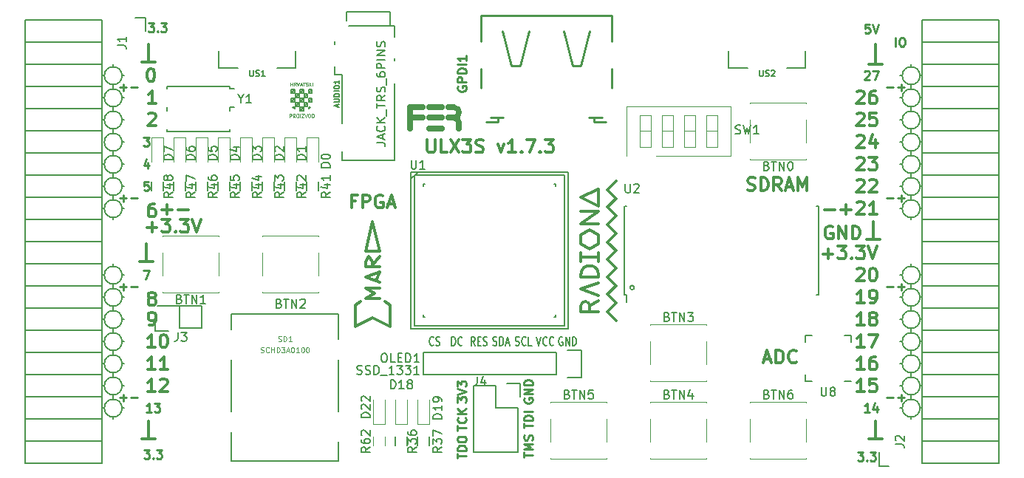
<source format=gto>
G04 #@! TF.FileFunction,Legend,Top*
%FSLAX46Y46*%
G04 Gerber Fmt 4.6, Leading zero omitted, Abs format (unit mm)*
G04 Created by KiCad (PCBNEW 4.0.7+dfsg1-1) date Fri Dec  8 10:57:17 2017*
%MOMM*%
%LPD*%
G01*
G04 APERTURE LIST*
%ADD10C,0.100000*%
%ADD11C,0.250000*%
%ADD12C,0.300000*%
%ADD13C,0.200000*%
%ADD14C,0.150000*%
%ADD15C,0.120000*%
%ADD16C,0.700000*%
%ADD17C,0.254000*%
%ADD18C,0.075000*%
%ADD19C,0.152400*%
%ADD20C,0.124460*%
G04 APERTURE END LIST*
D10*
D11*
X96148000Y-69111429D02*
X96909905Y-69111429D01*
X96528953Y-69492381D02*
X96528953Y-68730476D01*
X97386095Y-69111429D02*
X98148000Y-69111429D01*
X96148000Y-81811429D02*
X96909905Y-81811429D01*
X96528953Y-82192381D02*
X96528953Y-81430476D01*
X97386095Y-81811429D02*
X98148000Y-81811429D01*
X96148000Y-91971429D02*
X96909905Y-91971429D01*
X96528953Y-92352381D02*
X96528953Y-91590476D01*
X97386095Y-91971429D02*
X98148000Y-91971429D01*
X96148000Y-104671429D02*
X96909905Y-104671429D01*
X96528953Y-105052381D02*
X96528953Y-104290476D01*
X97386095Y-104671429D02*
X98148000Y-104671429D01*
X184032000Y-104671429D02*
X184793905Y-104671429D01*
X185270095Y-104671429D02*
X186032000Y-104671429D01*
X185651048Y-105052381D02*
X185651048Y-104290476D01*
X184032000Y-91971429D02*
X184793905Y-91971429D01*
X185270095Y-91971429D02*
X186032000Y-91971429D01*
X185651048Y-92352381D02*
X185651048Y-91590476D01*
X184032000Y-81811429D02*
X184793905Y-81811429D01*
X185270095Y-81811429D02*
X186032000Y-81811429D01*
X185651048Y-82192381D02*
X185651048Y-81430476D01*
X184032000Y-69111429D02*
X184793905Y-69111429D01*
X185270095Y-69111429D02*
X186032000Y-69111429D01*
X185651048Y-69492381D02*
X185651048Y-68730476D01*
X185016191Y-64412381D02*
X185016191Y-63412381D01*
X185682857Y-63412381D02*
X185873334Y-63412381D01*
X185968572Y-63460000D01*
X186063810Y-63555238D01*
X186111429Y-63745714D01*
X186111429Y-64079048D01*
X186063810Y-64269524D01*
X185968572Y-64364762D01*
X185873334Y-64412381D01*
X185682857Y-64412381D01*
X185587619Y-64364762D01*
X185492381Y-64269524D01*
X185444762Y-64079048D01*
X185444762Y-63745714D01*
X185492381Y-63555238D01*
X185587619Y-63460000D01*
X185682857Y-63412381D01*
D12*
X176928000Y-83117143D02*
X178070857Y-83117143D01*
X178785143Y-83117143D02*
X179928000Y-83117143D01*
X179356571Y-83688571D02*
X179356571Y-82545714D01*
D13*
X187826000Y-67770000D02*
G75*
G03X187826000Y-67770000I-1016000J0D01*
G01*
X187826000Y-70310000D02*
G75*
G03X187826000Y-70310000I-1016000J0D01*
G01*
X187826000Y-72850000D02*
G75*
G03X187826000Y-72850000I-1016000J0D01*
G01*
X187826000Y-75390000D02*
G75*
G03X187826000Y-75390000I-1016000J0D01*
G01*
X187826000Y-77930000D02*
G75*
G03X187826000Y-77930000I-1016000J0D01*
G01*
X187826000Y-80470000D02*
G75*
G03X187826000Y-80470000I-1016000J0D01*
G01*
X187826000Y-83010000D02*
G75*
G03X187826000Y-83010000I-1016000J0D01*
G01*
X187826000Y-90630000D02*
G75*
G03X187826000Y-90630000I-1016000J0D01*
G01*
X187826000Y-93170000D02*
G75*
G03X187826000Y-93170000I-1016000J0D01*
G01*
X187826000Y-95710000D02*
G75*
G03X187826000Y-95710000I-1016000J0D01*
G01*
X187826000Y-98250000D02*
G75*
G03X187826000Y-98250000I-1016000J0D01*
G01*
X187826000Y-100790000D02*
G75*
G03X187826000Y-100790000I-1016000J0D01*
G01*
X187826000Y-103330000D02*
G75*
G03X187826000Y-103330000I-1016000J0D01*
G01*
X187826000Y-105870000D02*
G75*
G03X187826000Y-105870000I-1016000J0D01*
G01*
X96386000Y-105870000D02*
G75*
G03X96386000Y-105870000I-1016000J0D01*
G01*
X96386000Y-103330000D02*
G75*
G03X96386000Y-103330000I-1016000J0D01*
G01*
X96386000Y-100790000D02*
G75*
G03X96386000Y-100790000I-1016000J0D01*
G01*
X96386000Y-98250000D02*
G75*
G03X96386000Y-98250000I-1016000J0D01*
G01*
X96386000Y-95710000D02*
G75*
G03X96386000Y-95710000I-1016000J0D01*
G01*
X96386000Y-93170000D02*
G75*
G03X96386000Y-93170000I-1016000J0D01*
G01*
X96386000Y-90630000D02*
G75*
G03X96386000Y-90630000I-1016000J0D01*
G01*
X96386000Y-83010000D02*
G75*
G03X96386000Y-83010000I-1016000J0D01*
G01*
X96386000Y-80470000D02*
G75*
G03X96386000Y-80470000I-1016000J0D01*
G01*
X96386000Y-77930000D02*
G75*
G03X96386000Y-77930000I-1016000J0D01*
G01*
X96386000Y-75390000D02*
G75*
G03X96386000Y-75390000I-1016000J0D01*
G01*
X96386000Y-72850000D02*
G75*
G03X96386000Y-72850000I-1016000J0D01*
G01*
X96386000Y-70310000D02*
G75*
G03X96386000Y-70310000I-1016000J0D01*
G01*
X96386000Y-67770000D02*
G75*
G03X96386000Y-67770000I-1016000J0D01*
G01*
D12*
X177793143Y-85054000D02*
X177650286Y-84982571D01*
X177436000Y-84982571D01*
X177221715Y-85054000D01*
X177078857Y-85196857D01*
X177007429Y-85339714D01*
X176936000Y-85625429D01*
X176936000Y-85839714D01*
X177007429Y-86125429D01*
X177078857Y-86268286D01*
X177221715Y-86411143D01*
X177436000Y-86482571D01*
X177578857Y-86482571D01*
X177793143Y-86411143D01*
X177864572Y-86339714D01*
X177864572Y-85839714D01*
X177578857Y-85839714D01*
X178507429Y-86482571D02*
X178507429Y-84982571D01*
X179364572Y-86482571D01*
X179364572Y-84982571D01*
X180078858Y-86482571D02*
X180078858Y-84982571D01*
X180436001Y-84982571D01*
X180650286Y-85054000D01*
X180793144Y-85196857D01*
X180864572Y-85339714D01*
X180936001Y-85625429D01*
X180936001Y-85839714D01*
X180864572Y-86125429D01*
X180793144Y-86268286D01*
X180650286Y-86411143D01*
X180436001Y-86482571D01*
X180078858Y-86482571D01*
X183254000Y-86566000D02*
X181730000Y-86566000D01*
X182492000Y-84534000D02*
X182492000Y-86566000D01*
X181984000Y-109426000D02*
X183508000Y-109426000D01*
X182746000Y-109426000D02*
X182746000Y-107394000D01*
D11*
X182047524Y-106322381D02*
X181476095Y-106322381D01*
X181761809Y-106322381D02*
X181761809Y-105322381D01*
X181666571Y-105465238D01*
X181571333Y-105560476D01*
X181476095Y-105608095D01*
X182904667Y-105655714D02*
X182904667Y-106322381D01*
X182666571Y-105274762D02*
X182428476Y-105989048D01*
X183047524Y-105989048D01*
X181476095Y-67317619D02*
X181523714Y-67270000D01*
X181618952Y-67222381D01*
X181857048Y-67222381D01*
X181952286Y-67270000D01*
X181999905Y-67317619D01*
X182047524Y-67412857D01*
X182047524Y-67508095D01*
X181999905Y-67650952D01*
X181428476Y-68222381D01*
X182047524Y-68222381D01*
X182380857Y-67222381D02*
X183047524Y-67222381D01*
X182618952Y-68222381D01*
D12*
X181984000Y-66500000D02*
X183508000Y-66500000D01*
X182746000Y-66500000D02*
X182746000Y-64214000D01*
X98672000Y-109426000D02*
X100196000Y-109426000D01*
X99434000Y-107394000D02*
X99434000Y-109426000D01*
D11*
X98846667Y-74842381D02*
X99465715Y-74842381D01*
X99132381Y-75223333D01*
X99275239Y-75223333D01*
X99370477Y-75270952D01*
X99418096Y-75318571D01*
X99465715Y-75413810D01*
X99465715Y-75651905D01*
X99418096Y-75747143D01*
X99370477Y-75794762D01*
X99275239Y-75842381D01*
X98989524Y-75842381D01*
X98894286Y-75794762D01*
X98846667Y-75747143D01*
X99370477Y-77715714D02*
X99370477Y-78382381D01*
X99132381Y-77334762D02*
X98894286Y-78049048D01*
X99513334Y-78049048D01*
X99418096Y-79922381D02*
X98941905Y-79922381D01*
X98894286Y-80398571D01*
X98941905Y-80350952D01*
X99037143Y-80303333D01*
X99275239Y-80303333D01*
X99370477Y-80350952D01*
X99418096Y-80398571D01*
X99465715Y-80493810D01*
X99465715Y-80731905D01*
X99418096Y-80827143D01*
X99370477Y-80874762D01*
X99275239Y-80922381D01*
X99037143Y-80922381D01*
X98941905Y-80874762D01*
X98894286Y-80827143D01*
X99751524Y-106322381D02*
X99180095Y-106322381D01*
X99465809Y-106322381D02*
X99465809Y-105322381D01*
X99370571Y-105465238D01*
X99275333Y-105560476D01*
X99180095Y-105608095D01*
X100084857Y-105322381D02*
X100703905Y-105322381D01*
X100370571Y-105703333D01*
X100513429Y-105703333D01*
X100608667Y-105750952D01*
X100656286Y-105798571D01*
X100703905Y-105893810D01*
X100703905Y-106131905D01*
X100656286Y-106227143D01*
X100608667Y-106274762D01*
X100513429Y-106322381D01*
X100227714Y-106322381D01*
X100132476Y-106274762D01*
X100084857Y-106227143D01*
X98846667Y-90082381D02*
X99513334Y-90082381D01*
X99084762Y-91082381D01*
D12*
X98418000Y-89106000D02*
X99942000Y-89106000D01*
X99180000Y-87074000D02*
X99180000Y-89106000D01*
X98672000Y-66246000D02*
X100196000Y-66246000D01*
X99434000Y-64214000D02*
X99434000Y-66246000D01*
D11*
X99402381Y-61761381D02*
X100021429Y-61761381D01*
X99688095Y-62142333D01*
X99830953Y-62142333D01*
X99926191Y-62189952D01*
X99973810Y-62237571D01*
X100021429Y-62332810D01*
X100021429Y-62570905D01*
X99973810Y-62666143D01*
X99926191Y-62713762D01*
X99830953Y-62761381D01*
X99545238Y-62761381D01*
X99450000Y-62713762D01*
X99402381Y-62666143D01*
X100450000Y-62666143D02*
X100497619Y-62713762D01*
X100450000Y-62761381D01*
X100402381Y-62713762D01*
X100450000Y-62666143D01*
X100450000Y-62761381D01*
X100830952Y-61761381D02*
X101450000Y-61761381D01*
X101116666Y-62142333D01*
X101259524Y-62142333D01*
X101354762Y-62189952D01*
X101402381Y-62237571D01*
X101450000Y-62332810D01*
X101450000Y-62570905D01*
X101402381Y-62666143D01*
X101354762Y-62713762D01*
X101259524Y-62761381D01*
X100973809Y-62761381D01*
X100878571Y-62713762D01*
X100830952Y-62666143D01*
X180682381Y-110910381D02*
X181301429Y-110910381D01*
X180968095Y-111291333D01*
X181110953Y-111291333D01*
X181206191Y-111338952D01*
X181253810Y-111386571D01*
X181301429Y-111481810D01*
X181301429Y-111719905D01*
X181253810Y-111815143D01*
X181206191Y-111862762D01*
X181110953Y-111910381D01*
X180825238Y-111910381D01*
X180730000Y-111862762D01*
X180682381Y-111815143D01*
X181730000Y-111815143D02*
X181777619Y-111862762D01*
X181730000Y-111910381D01*
X181682381Y-111862762D01*
X181730000Y-111815143D01*
X181730000Y-111910381D01*
X182110952Y-110910381D02*
X182730000Y-110910381D01*
X182396666Y-111291333D01*
X182539524Y-111291333D01*
X182634762Y-111338952D01*
X182682381Y-111386571D01*
X182730000Y-111481810D01*
X182730000Y-111719905D01*
X182682381Y-111815143D01*
X182634762Y-111862762D01*
X182539524Y-111910381D01*
X182253809Y-111910381D01*
X182158571Y-111862762D01*
X182110952Y-111815143D01*
D12*
X99228001Y-85149143D02*
X100370858Y-85149143D01*
X99799429Y-85720571D02*
X99799429Y-84577714D01*
X100942287Y-84220571D02*
X101870858Y-84220571D01*
X101370858Y-84792000D01*
X101585144Y-84792000D01*
X101728001Y-84863429D01*
X101799430Y-84934857D01*
X101870858Y-85077714D01*
X101870858Y-85434857D01*
X101799430Y-85577714D01*
X101728001Y-85649143D01*
X101585144Y-85720571D01*
X101156572Y-85720571D01*
X101013715Y-85649143D01*
X100942287Y-85577714D01*
X102513715Y-85577714D02*
X102585143Y-85649143D01*
X102513715Y-85720571D01*
X102442286Y-85649143D01*
X102513715Y-85577714D01*
X102513715Y-85720571D01*
X103085144Y-84220571D02*
X104013715Y-84220571D01*
X103513715Y-84792000D01*
X103728001Y-84792000D01*
X103870858Y-84863429D01*
X103942287Y-84934857D01*
X104013715Y-85077714D01*
X104013715Y-85434857D01*
X103942287Y-85577714D01*
X103870858Y-85649143D01*
X103728001Y-85720571D01*
X103299429Y-85720571D01*
X103156572Y-85649143D01*
X103085144Y-85577714D01*
X104442286Y-84220571D02*
X104942286Y-85720571D01*
X105442286Y-84220571D01*
D11*
X98894381Y-110656381D02*
X99513429Y-110656381D01*
X99180095Y-111037333D01*
X99322953Y-111037333D01*
X99418191Y-111084952D01*
X99465810Y-111132571D01*
X99513429Y-111227810D01*
X99513429Y-111465905D01*
X99465810Y-111561143D01*
X99418191Y-111608762D01*
X99322953Y-111656381D01*
X99037238Y-111656381D01*
X98942000Y-111608762D01*
X98894381Y-111561143D01*
X99942000Y-111561143D02*
X99989619Y-111608762D01*
X99942000Y-111656381D01*
X99894381Y-111608762D01*
X99942000Y-111561143D01*
X99942000Y-111656381D01*
X100322952Y-110656381D02*
X100942000Y-110656381D01*
X100608666Y-111037333D01*
X100751524Y-111037333D01*
X100846762Y-111084952D01*
X100894381Y-111132571D01*
X100942000Y-111227810D01*
X100942000Y-111465905D01*
X100894381Y-111561143D01*
X100846762Y-111608762D01*
X100751524Y-111656381D01*
X100465809Y-111656381D01*
X100370571Y-111608762D01*
X100322952Y-111561143D01*
X182047524Y-61888381D02*
X181571333Y-61888381D01*
X181523714Y-62364571D01*
X181571333Y-62316952D01*
X181666571Y-62269333D01*
X181904667Y-62269333D01*
X181999905Y-62316952D01*
X182047524Y-62364571D01*
X182095143Y-62459810D01*
X182095143Y-62697905D01*
X182047524Y-62793143D01*
X181999905Y-62840762D01*
X181904667Y-62888381D01*
X181666571Y-62888381D01*
X181571333Y-62840762D01*
X181523714Y-62793143D01*
X182380857Y-61888381D02*
X182714190Y-62888381D01*
X183047524Y-61888381D01*
D12*
X180587143Y-69631429D02*
X180658572Y-69560000D01*
X180801429Y-69488571D01*
X181158572Y-69488571D01*
X181301429Y-69560000D01*
X181372858Y-69631429D01*
X181444286Y-69774286D01*
X181444286Y-69917143D01*
X181372858Y-70131429D01*
X180515715Y-70988571D01*
X181444286Y-70988571D01*
X182730000Y-69488571D02*
X182444286Y-69488571D01*
X182301429Y-69560000D01*
X182230000Y-69631429D01*
X182087143Y-69845714D01*
X182015714Y-70131429D01*
X182015714Y-70702857D01*
X182087143Y-70845714D01*
X182158571Y-70917143D01*
X182301429Y-70988571D01*
X182587143Y-70988571D01*
X182730000Y-70917143D01*
X182801429Y-70845714D01*
X182872857Y-70702857D01*
X182872857Y-70345714D01*
X182801429Y-70202857D01*
X182730000Y-70131429D01*
X182587143Y-70060000D01*
X182301429Y-70060000D01*
X182158571Y-70131429D01*
X182087143Y-70202857D01*
X182015714Y-70345714D01*
X180587143Y-72171429D02*
X180658572Y-72100000D01*
X180801429Y-72028571D01*
X181158572Y-72028571D01*
X181301429Y-72100000D01*
X181372858Y-72171429D01*
X181444286Y-72314286D01*
X181444286Y-72457143D01*
X181372858Y-72671429D01*
X180515715Y-73528571D01*
X181444286Y-73528571D01*
X182801429Y-72028571D02*
X182087143Y-72028571D01*
X182015714Y-72742857D01*
X182087143Y-72671429D01*
X182230000Y-72600000D01*
X182587143Y-72600000D01*
X182730000Y-72671429D01*
X182801429Y-72742857D01*
X182872857Y-72885714D01*
X182872857Y-73242857D01*
X182801429Y-73385714D01*
X182730000Y-73457143D01*
X182587143Y-73528571D01*
X182230000Y-73528571D01*
X182087143Y-73457143D01*
X182015714Y-73385714D01*
X180587143Y-74711429D02*
X180658572Y-74640000D01*
X180801429Y-74568571D01*
X181158572Y-74568571D01*
X181301429Y-74640000D01*
X181372858Y-74711429D01*
X181444286Y-74854286D01*
X181444286Y-74997143D01*
X181372858Y-75211429D01*
X180515715Y-76068571D01*
X181444286Y-76068571D01*
X182730000Y-75068571D02*
X182730000Y-76068571D01*
X182372857Y-74497143D02*
X182015714Y-75568571D01*
X182944286Y-75568571D01*
X180587143Y-77251429D02*
X180658572Y-77180000D01*
X180801429Y-77108571D01*
X181158572Y-77108571D01*
X181301429Y-77180000D01*
X181372858Y-77251429D01*
X181444286Y-77394286D01*
X181444286Y-77537143D01*
X181372858Y-77751429D01*
X180515715Y-78608571D01*
X181444286Y-78608571D01*
X181944286Y-77108571D02*
X182872857Y-77108571D01*
X182372857Y-77680000D01*
X182587143Y-77680000D01*
X182730000Y-77751429D01*
X182801429Y-77822857D01*
X182872857Y-77965714D01*
X182872857Y-78322857D01*
X182801429Y-78465714D01*
X182730000Y-78537143D01*
X182587143Y-78608571D01*
X182158571Y-78608571D01*
X182015714Y-78537143D01*
X181944286Y-78465714D01*
X180587143Y-79791429D02*
X180658572Y-79720000D01*
X180801429Y-79648571D01*
X181158572Y-79648571D01*
X181301429Y-79720000D01*
X181372858Y-79791429D01*
X181444286Y-79934286D01*
X181444286Y-80077143D01*
X181372858Y-80291429D01*
X180515715Y-81148571D01*
X181444286Y-81148571D01*
X182015714Y-79791429D02*
X182087143Y-79720000D01*
X182230000Y-79648571D01*
X182587143Y-79648571D01*
X182730000Y-79720000D01*
X182801429Y-79791429D01*
X182872857Y-79934286D01*
X182872857Y-80077143D01*
X182801429Y-80291429D01*
X181944286Y-81148571D01*
X182872857Y-81148571D01*
X180587143Y-82331429D02*
X180658572Y-82260000D01*
X180801429Y-82188571D01*
X181158572Y-82188571D01*
X181301429Y-82260000D01*
X181372858Y-82331429D01*
X181444286Y-82474286D01*
X181444286Y-82617143D01*
X181372858Y-82831429D01*
X180515715Y-83688571D01*
X181444286Y-83688571D01*
X182872857Y-83688571D02*
X182015714Y-83688571D01*
X182444286Y-83688571D02*
X182444286Y-82188571D01*
X182301429Y-82402857D01*
X182158571Y-82545714D01*
X182015714Y-82617143D01*
X176698001Y-88197143D02*
X177840858Y-88197143D01*
X177269429Y-88768571D02*
X177269429Y-87625714D01*
X178412287Y-87268571D02*
X179340858Y-87268571D01*
X178840858Y-87840000D01*
X179055144Y-87840000D01*
X179198001Y-87911429D01*
X179269430Y-87982857D01*
X179340858Y-88125714D01*
X179340858Y-88482857D01*
X179269430Y-88625714D01*
X179198001Y-88697143D01*
X179055144Y-88768571D01*
X178626572Y-88768571D01*
X178483715Y-88697143D01*
X178412287Y-88625714D01*
X179983715Y-88625714D02*
X180055143Y-88697143D01*
X179983715Y-88768571D01*
X179912286Y-88697143D01*
X179983715Y-88625714D01*
X179983715Y-88768571D01*
X180555144Y-87268571D02*
X181483715Y-87268571D01*
X180983715Y-87840000D01*
X181198001Y-87840000D01*
X181340858Y-87911429D01*
X181412287Y-87982857D01*
X181483715Y-88125714D01*
X181483715Y-88482857D01*
X181412287Y-88625714D01*
X181340858Y-88697143D01*
X181198001Y-88768571D01*
X180769429Y-88768571D01*
X180626572Y-88697143D01*
X180555144Y-88625714D01*
X181912286Y-87268571D02*
X182412286Y-88768571D01*
X182912286Y-87268571D01*
X180587143Y-89951429D02*
X180658572Y-89880000D01*
X180801429Y-89808571D01*
X181158572Y-89808571D01*
X181301429Y-89880000D01*
X181372858Y-89951429D01*
X181444286Y-90094286D01*
X181444286Y-90237143D01*
X181372858Y-90451429D01*
X180515715Y-91308571D01*
X181444286Y-91308571D01*
X182372857Y-89808571D02*
X182515714Y-89808571D01*
X182658571Y-89880000D01*
X182730000Y-89951429D01*
X182801429Y-90094286D01*
X182872857Y-90380000D01*
X182872857Y-90737143D01*
X182801429Y-91022857D01*
X182730000Y-91165714D01*
X182658571Y-91237143D01*
X182515714Y-91308571D01*
X182372857Y-91308571D01*
X182230000Y-91237143D01*
X182158571Y-91165714D01*
X182087143Y-91022857D01*
X182015714Y-90737143D01*
X182015714Y-90380000D01*
X182087143Y-90094286D01*
X182158571Y-89951429D01*
X182230000Y-89880000D01*
X182372857Y-89808571D01*
X181444286Y-93848571D02*
X180587143Y-93848571D01*
X181015715Y-93848571D02*
X181015715Y-92348571D01*
X180872858Y-92562857D01*
X180730000Y-92705714D01*
X180587143Y-92777143D01*
X182158571Y-93848571D02*
X182444286Y-93848571D01*
X182587143Y-93777143D01*
X182658571Y-93705714D01*
X182801429Y-93491429D01*
X182872857Y-93205714D01*
X182872857Y-92634286D01*
X182801429Y-92491429D01*
X182730000Y-92420000D01*
X182587143Y-92348571D01*
X182301429Y-92348571D01*
X182158571Y-92420000D01*
X182087143Y-92491429D01*
X182015714Y-92634286D01*
X182015714Y-92991429D01*
X182087143Y-93134286D01*
X182158571Y-93205714D01*
X182301429Y-93277143D01*
X182587143Y-93277143D01*
X182730000Y-93205714D01*
X182801429Y-93134286D01*
X182872857Y-92991429D01*
X181444286Y-96388571D02*
X180587143Y-96388571D01*
X181015715Y-96388571D02*
X181015715Y-94888571D01*
X180872858Y-95102857D01*
X180730000Y-95245714D01*
X180587143Y-95317143D01*
X182301429Y-95531429D02*
X182158571Y-95460000D01*
X182087143Y-95388571D01*
X182015714Y-95245714D01*
X182015714Y-95174286D01*
X182087143Y-95031429D01*
X182158571Y-94960000D01*
X182301429Y-94888571D01*
X182587143Y-94888571D01*
X182730000Y-94960000D01*
X182801429Y-95031429D01*
X182872857Y-95174286D01*
X182872857Y-95245714D01*
X182801429Y-95388571D01*
X182730000Y-95460000D01*
X182587143Y-95531429D01*
X182301429Y-95531429D01*
X182158571Y-95602857D01*
X182087143Y-95674286D01*
X182015714Y-95817143D01*
X182015714Y-96102857D01*
X182087143Y-96245714D01*
X182158571Y-96317143D01*
X182301429Y-96388571D01*
X182587143Y-96388571D01*
X182730000Y-96317143D01*
X182801429Y-96245714D01*
X182872857Y-96102857D01*
X182872857Y-95817143D01*
X182801429Y-95674286D01*
X182730000Y-95602857D01*
X182587143Y-95531429D01*
X181444286Y-98928571D02*
X180587143Y-98928571D01*
X181015715Y-98928571D02*
X181015715Y-97428571D01*
X180872858Y-97642857D01*
X180730000Y-97785714D01*
X180587143Y-97857143D01*
X181944286Y-97428571D02*
X182944286Y-97428571D01*
X182301429Y-98928571D01*
X181444286Y-101468571D02*
X180587143Y-101468571D01*
X181015715Y-101468571D02*
X181015715Y-99968571D01*
X180872858Y-100182857D01*
X180730000Y-100325714D01*
X180587143Y-100397143D01*
X182730000Y-99968571D02*
X182444286Y-99968571D01*
X182301429Y-100040000D01*
X182230000Y-100111429D01*
X182087143Y-100325714D01*
X182015714Y-100611429D01*
X182015714Y-101182857D01*
X182087143Y-101325714D01*
X182158571Y-101397143D01*
X182301429Y-101468571D01*
X182587143Y-101468571D01*
X182730000Y-101397143D01*
X182801429Y-101325714D01*
X182872857Y-101182857D01*
X182872857Y-100825714D01*
X182801429Y-100682857D01*
X182730000Y-100611429D01*
X182587143Y-100540000D01*
X182301429Y-100540000D01*
X182158571Y-100611429D01*
X182087143Y-100682857D01*
X182015714Y-100825714D01*
X181444286Y-104008571D02*
X180587143Y-104008571D01*
X181015715Y-104008571D02*
X181015715Y-102508571D01*
X180872858Y-102722857D01*
X180730000Y-102865714D01*
X180587143Y-102937143D01*
X182801429Y-102508571D02*
X182087143Y-102508571D01*
X182015714Y-103222857D01*
X182087143Y-103151429D01*
X182230000Y-103080000D01*
X182587143Y-103080000D01*
X182730000Y-103151429D01*
X182801429Y-103222857D01*
X182872857Y-103365714D01*
X182872857Y-103722857D01*
X182801429Y-103865714D01*
X182730000Y-103937143D01*
X182587143Y-104008571D01*
X182230000Y-104008571D01*
X182087143Y-103937143D01*
X182015714Y-103865714D01*
D13*
X186810000Y-66500000D02*
X186810000Y-66754000D01*
X187826000Y-67770000D02*
X188080000Y-67770000D01*
X185540000Y-67770000D02*
X185794000Y-67770000D01*
X186810000Y-69294000D02*
X186810000Y-68786000D01*
X187826000Y-70310000D02*
X188080000Y-70310000D01*
X185540000Y-70310000D02*
X185794000Y-70310000D01*
X186810000Y-71326000D02*
X186810000Y-71834000D01*
X187826000Y-72850000D02*
X188080000Y-72850000D01*
X185540000Y-72850000D02*
X185794000Y-72850000D01*
X186810000Y-73866000D02*
X186810000Y-74374000D01*
X187826000Y-75390000D02*
X188080000Y-75390000D01*
X185540000Y-75390000D02*
X185794000Y-75390000D01*
X186810000Y-76406000D02*
X186810000Y-76914000D01*
X187826000Y-77930000D02*
X188080000Y-77930000D01*
X185540000Y-77930000D02*
X185794000Y-77930000D01*
X186810000Y-79454000D02*
X186810000Y-78946000D01*
X187826000Y-80470000D02*
X188080000Y-80470000D01*
X185540000Y-80470000D02*
X185794000Y-80470000D01*
X186810000Y-81994000D02*
X186810000Y-81486000D01*
X187826000Y-83010000D02*
X188080000Y-83010000D01*
X185540000Y-83010000D02*
X185794000Y-83010000D01*
X186810000Y-84026000D02*
X186810000Y-84280000D01*
X186810000Y-89360000D02*
X186810000Y-89614000D01*
X187826000Y-90630000D02*
X188080000Y-90630000D01*
X185540000Y-90630000D02*
X185794000Y-90630000D01*
X186810000Y-91646000D02*
X186810000Y-92154000D01*
X187826000Y-93170000D02*
X188080000Y-93170000D01*
X185540000Y-93170000D02*
X185794000Y-93170000D01*
X186810000Y-94186000D02*
X186810000Y-94694000D01*
X187826000Y-95710000D02*
X188080000Y-95710000D01*
X185540000Y-95710000D02*
X185794000Y-95710000D01*
X186810000Y-97234000D02*
X186810000Y-96726000D01*
X187826000Y-98250000D02*
X188080000Y-98250000D01*
X185540000Y-98250000D02*
X185794000Y-98250000D01*
X187826000Y-100790000D02*
X188080000Y-100790000D01*
X185540000Y-100790000D02*
X185794000Y-100790000D01*
X186810000Y-99266000D02*
X186810000Y-99774000D01*
X186810000Y-102314000D02*
X186810000Y-101806000D01*
X187826000Y-103330000D02*
X188080000Y-103330000D01*
X185540000Y-103330000D02*
X185794000Y-103330000D01*
X186810000Y-104346000D02*
X186810000Y-104854000D01*
X185540000Y-105870000D02*
X185794000Y-105870000D01*
X187826000Y-105870000D02*
X188080000Y-105870000D01*
X186810000Y-106886000D02*
X186810000Y-107140000D01*
X95370000Y-66754000D02*
X95370000Y-66500000D01*
X96386000Y-67770000D02*
X96640000Y-67770000D01*
X94100000Y-67770000D02*
X94354000Y-67770000D01*
X95370000Y-68786000D02*
X95370000Y-69294000D01*
X96386000Y-70310000D02*
X96640000Y-70310000D01*
X94100000Y-70310000D02*
X94354000Y-70310000D01*
X95370000Y-71326000D02*
X95370000Y-71834000D01*
X96386000Y-72850000D02*
X96640000Y-72850000D01*
X94100000Y-72850000D02*
X94354000Y-72850000D01*
X95370000Y-73866000D02*
X95370000Y-74374000D01*
X96386000Y-75390000D02*
X96640000Y-75390000D01*
X95370000Y-76406000D02*
X95370000Y-76914000D01*
X96386000Y-77930000D02*
X96640000Y-77930000D01*
X94100000Y-77930000D02*
X94354000Y-77930000D01*
X95370000Y-79454000D02*
X95370000Y-78946000D01*
X96386000Y-80470000D02*
X96640000Y-80470000D01*
X94100000Y-80470000D02*
X94354000Y-80470000D01*
X95370000Y-81486000D02*
X95370000Y-81994000D01*
X96386000Y-83010000D02*
X96640000Y-83010000D01*
X95370000Y-84026000D02*
X95370000Y-84280000D01*
X94100000Y-83010000D02*
X94354000Y-83010000D01*
X95370000Y-106886000D02*
X95370000Y-107140000D01*
X95370000Y-89360000D02*
X95370000Y-89614000D01*
X96386000Y-93170000D02*
X96640000Y-93170000D01*
X94100000Y-93170000D02*
X94354000Y-93170000D01*
X95370000Y-94186000D02*
X95370000Y-94694000D01*
X94100000Y-90630000D02*
X94354000Y-90630000D01*
X96386000Y-90630000D02*
X96640000Y-90630000D01*
X95370000Y-92154000D02*
X95370000Y-91646000D01*
X96386000Y-95710000D02*
X96640000Y-95710000D01*
X94100000Y-95710000D02*
X94354000Y-95710000D01*
X96386000Y-98250000D02*
X96640000Y-98250000D01*
X94354000Y-98250000D02*
X94100000Y-98250000D01*
X95370000Y-96726000D02*
X95370000Y-97234000D01*
X95370000Y-99266000D02*
X95370000Y-99774000D01*
X94100000Y-100790000D02*
X94354000Y-100790000D01*
X96386000Y-100790000D02*
X96640000Y-100790000D01*
X94100000Y-103330000D02*
X94354000Y-103330000D01*
X96386000Y-103330000D02*
X96640000Y-103330000D01*
X95370000Y-101806000D02*
X95370000Y-102314000D01*
X95370000Y-104346000D02*
X95370000Y-104854000D01*
X96386000Y-105870000D02*
X96640000Y-105870000D01*
X94100000Y-105870000D02*
X94354000Y-105870000D01*
D12*
X100982000Y-83117143D02*
X102124857Y-83117143D01*
X101553428Y-83688571D02*
X101553428Y-82545714D01*
X102839143Y-83117143D02*
X103982000Y-83117143D01*
X100164286Y-104008571D02*
X99307143Y-104008571D01*
X99735715Y-104008571D02*
X99735715Y-102508571D01*
X99592858Y-102722857D01*
X99450000Y-102865714D01*
X99307143Y-102937143D01*
X100735714Y-102651429D02*
X100807143Y-102580000D01*
X100950000Y-102508571D01*
X101307143Y-102508571D01*
X101450000Y-102580000D01*
X101521429Y-102651429D01*
X101592857Y-102794286D01*
X101592857Y-102937143D01*
X101521429Y-103151429D01*
X100664286Y-104008571D01*
X101592857Y-104008571D01*
X100164286Y-101468571D02*
X99307143Y-101468571D01*
X99735715Y-101468571D02*
X99735715Y-99968571D01*
X99592858Y-100182857D01*
X99450000Y-100325714D01*
X99307143Y-100397143D01*
X101592857Y-101468571D02*
X100735714Y-101468571D01*
X101164286Y-101468571D02*
X101164286Y-99968571D01*
X101021429Y-100182857D01*
X100878571Y-100325714D01*
X100735714Y-100397143D01*
X100164286Y-98928571D02*
X99307143Y-98928571D01*
X99735715Y-98928571D02*
X99735715Y-97428571D01*
X99592858Y-97642857D01*
X99450000Y-97785714D01*
X99307143Y-97857143D01*
X101092857Y-97428571D02*
X101235714Y-97428571D01*
X101378571Y-97500000D01*
X101450000Y-97571429D01*
X101521429Y-97714286D01*
X101592857Y-98000000D01*
X101592857Y-98357143D01*
X101521429Y-98642857D01*
X101450000Y-98785714D01*
X101378571Y-98857143D01*
X101235714Y-98928571D01*
X101092857Y-98928571D01*
X100950000Y-98857143D01*
X100878571Y-98785714D01*
X100807143Y-98642857D01*
X100735714Y-98357143D01*
X100735714Y-98000000D01*
X100807143Y-97714286D01*
X100878571Y-97571429D01*
X100950000Y-97500000D01*
X101092857Y-97428571D01*
X99529286Y-96388571D02*
X99815001Y-96388571D01*
X99957858Y-96317143D01*
X100029286Y-96245714D01*
X100172144Y-96031429D01*
X100243572Y-95745714D01*
X100243572Y-95174286D01*
X100172144Y-95031429D01*
X100100715Y-94960000D01*
X99957858Y-94888571D01*
X99672144Y-94888571D01*
X99529286Y-94960000D01*
X99457858Y-95031429D01*
X99386429Y-95174286D01*
X99386429Y-95531429D01*
X99457858Y-95674286D01*
X99529286Y-95745714D01*
X99672144Y-95817143D01*
X99957858Y-95817143D01*
X100100715Y-95745714D01*
X100172144Y-95674286D01*
X100243572Y-95531429D01*
X99672144Y-93245429D02*
X99529286Y-93174000D01*
X99457858Y-93102571D01*
X99386429Y-92959714D01*
X99386429Y-92888286D01*
X99457858Y-92745429D01*
X99529286Y-92674000D01*
X99672144Y-92602571D01*
X99957858Y-92602571D01*
X100100715Y-92674000D01*
X100172144Y-92745429D01*
X100243572Y-92888286D01*
X100243572Y-92959714D01*
X100172144Y-93102571D01*
X100100715Y-93174000D01*
X99957858Y-93245429D01*
X99672144Y-93245429D01*
X99529286Y-93316857D01*
X99457858Y-93388286D01*
X99386429Y-93531143D01*
X99386429Y-93816857D01*
X99457858Y-93959714D01*
X99529286Y-94031143D01*
X99672144Y-94102571D01*
X99957858Y-94102571D01*
X100100715Y-94031143D01*
X100172144Y-93959714D01*
X100243572Y-93816857D01*
X100243572Y-93531143D01*
X100172144Y-93388286D01*
X100100715Y-93316857D01*
X99957858Y-93245429D01*
X100100715Y-82442571D02*
X99815001Y-82442571D01*
X99672144Y-82514000D01*
X99600715Y-82585429D01*
X99457858Y-82799714D01*
X99386429Y-83085429D01*
X99386429Y-83656857D01*
X99457858Y-83799714D01*
X99529286Y-83871143D01*
X99672144Y-83942571D01*
X99957858Y-83942571D01*
X100100715Y-83871143D01*
X100172144Y-83799714D01*
X100243572Y-83656857D01*
X100243572Y-83299714D01*
X100172144Y-83156857D01*
X100100715Y-83085429D01*
X99957858Y-83014000D01*
X99672144Y-83014000D01*
X99529286Y-83085429D01*
X99457858Y-83156857D01*
X99386429Y-83299714D01*
X99386429Y-72171429D02*
X99457858Y-72100000D01*
X99600715Y-72028571D01*
X99957858Y-72028571D01*
X100100715Y-72100000D01*
X100172144Y-72171429D01*
X100243572Y-72314286D01*
X100243572Y-72457143D01*
X100172144Y-72671429D01*
X99315001Y-73528571D01*
X100243572Y-73528571D01*
X100243572Y-70988571D02*
X99386429Y-70988571D01*
X99815001Y-70988571D02*
X99815001Y-69488571D01*
X99672144Y-69702857D01*
X99529286Y-69845714D01*
X99386429Y-69917143D01*
X99616572Y-66948571D02*
X99759429Y-66948571D01*
X99902286Y-67020000D01*
X99973715Y-67091429D01*
X100045144Y-67234286D01*
X100116572Y-67520000D01*
X100116572Y-67877143D01*
X100045144Y-68162857D01*
X99973715Y-68305714D01*
X99902286Y-68377143D01*
X99759429Y-68448571D01*
X99616572Y-68448571D01*
X99473715Y-68377143D01*
X99402286Y-68305714D01*
X99330858Y-68162857D01*
X99259429Y-67877143D01*
X99259429Y-67520000D01*
X99330858Y-67234286D01*
X99402286Y-67091429D01*
X99473715Y-67020000D01*
X99616572Y-66948571D01*
X131371430Y-75076571D02*
X131371430Y-76290857D01*
X131442858Y-76433714D01*
X131514287Y-76505143D01*
X131657144Y-76576571D01*
X131942858Y-76576571D01*
X132085716Y-76505143D01*
X132157144Y-76433714D01*
X132228573Y-76290857D01*
X132228573Y-75076571D01*
X133657145Y-76576571D02*
X132942859Y-76576571D01*
X132942859Y-75076571D01*
X134014288Y-75076571D02*
X135014288Y-76576571D01*
X135014288Y-75076571D02*
X134014288Y-76576571D01*
X135442859Y-75076571D02*
X136371430Y-75076571D01*
X135871430Y-75648000D01*
X136085716Y-75648000D01*
X136228573Y-75719429D01*
X136300002Y-75790857D01*
X136371430Y-75933714D01*
X136371430Y-76290857D01*
X136300002Y-76433714D01*
X136228573Y-76505143D01*
X136085716Y-76576571D01*
X135657144Y-76576571D01*
X135514287Y-76505143D01*
X135442859Y-76433714D01*
X136942858Y-76505143D02*
X137157144Y-76576571D01*
X137514287Y-76576571D01*
X137657144Y-76505143D01*
X137728573Y-76433714D01*
X137800001Y-76290857D01*
X137800001Y-76148000D01*
X137728573Y-76005143D01*
X137657144Y-75933714D01*
X137514287Y-75862286D01*
X137228573Y-75790857D01*
X137085715Y-75719429D01*
X137014287Y-75648000D01*
X136942858Y-75505143D01*
X136942858Y-75362286D01*
X137014287Y-75219429D01*
X137085715Y-75148000D01*
X137228573Y-75076571D01*
X137585715Y-75076571D01*
X137800001Y-75148000D01*
X139442858Y-75576571D02*
X139800001Y-76576571D01*
X140157143Y-75576571D01*
X141514286Y-76576571D02*
X140657143Y-76576571D01*
X141085715Y-76576571D02*
X141085715Y-75076571D01*
X140942858Y-75290857D01*
X140800000Y-75433714D01*
X140657143Y-75505143D01*
X142157143Y-76433714D02*
X142228571Y-76505143D01*
X142157143Y-76576571D01*
X142085714Y-76505143D01*
X142157143Y-76433714D01*
X142157143Y-76576571D01*
X142728572Y-75076571D02*
X143728572Y-75076571D01*
X143085715Y-76576571D01*
X144300000Y-76433714D02*
X144371428Y-76505143D01*
X144300000Y-76576571D01*
X144228571Y-76505143D01*
X144300000Y-76433714D01*
X144300000Y-76576571D01*
X144871429Y-75076571D02*
X145800000Y-75076571D01*
X145300000Y-75648000D01*
X145514286Y-75648000D01*
X145657143Y-75719429D01*
X145728572Y-75790857D01*
X145800000Y-75933714D01*
X145800000Y-76290857D01*
X145728572Y-76433714D01*
X145657143Y-76505143D01*
X145514286Y-76576571D01*
X145085714Y-76576571D01*
X144942857Y-76505143D01*
X144871429Y-76433714D01*
X123159429Y-82140857D02*
X122659429Y-82140857D01*
X122659429Y-82926571D02*
X122659429Y-81426571D01*
X123373715Y-81426571D01*
X123945143Y-82926571D02*
X123945143Y-81426571D01*
X124516571Y-81426571D01*
X124659429Y-81498000D01*
X124730857Y-81569429D01*
X124802286Y-81712286D01*
X124802286Y-81926571D01*
X124730857Y-82069429D01*
X124659429Y-82140857D01*
X124516571Y-82212286D01*
X123945143Y-82212286D01*
X126230857Y-81498000D02*
X126088000Y-81426571D01*
X125873714Y-81426571D01*
X125659429Y-81498000D01*
X125516571Y-81640857D01*
X125445143Y-81783714D01*
X125373714Y-82069429D01*
X125373714Y-82283714D01*
X125445143Y-82569429D01*
X125516571Y-82712286D01*
X125659429Y-82855143D01*
X125873714Y-82926571D01*
X126016571Y-82926571D01*
X126230857Y-82855143D01*
X126302286Y-82783714D01*
X126302286Y-82283714D01*
X126016571Y-82283714D01*
X126873714Y-82498000D02*
X127588000Y-82498000D01*
X126730857Y-82926571D02*
X127230857Y-81426571D01*
X127730857Y-82926571D01*
X168077929Y-80886643D02*
X168292215Y-80958071D01*
X168649358Y-80958071D01*
X168792215Y-80886643D01*
X168863644Y-80815214D01*
X168935072Y-80672357D01*
X168935072Y-80529500D01*
X168863644Y-80386643D01*
X168792215Y-80315214D01*
X168649358Y-80243786D01*
X168363644Y-80172357D01*
X168220786Y-80100929D01*
X168149358Y-80029500D01*
X168077929Y-79886643D01*
X168077929Y-79743786D01*
X168149358Y-79600929D01*
X168220786Y-79529500D01*
X168363644Y-79458071D01*
X168720786Y-79458071D01*
X168935072Y-79529500D01*
X169577929Y-80958071D02*
X169577929Y-79458071D01*
X169935072Y-79458071D01*
X170149357Y-79529500D01*
X170292215Y-79672357D01*
X170363643Y-79815214D01*
X170435072Y-80100929D01*
X170435072Y-80315214D01*
X170363643Y-80600929D01*
X170292215Y-80743786D01*
X170149357Y-80886643D01*
X169935072Y-80958071D01*
X169577929Y-80958071D01*
X171935072Y-80958071D02*
X171435072Y-80243786D01*
X171077929Y-80958071D02*
X171077929Y-79458071D01*
X171649357Y-79458071D01*
X171792215Y-79529500D01*
X171863643Y-79600929D01*
X171935072Y-79743786D01*
X171935072Y-79958071D01*
X171863643Y-80100929D01*
X171792215Y-80172357D01*
X171649357Y-80243786D01*
X171077929Y-80243786D01*
X172506500Y-80529500D02*
X173220786Y-80529500D01*
X172363643Y-80958071D02*
X172863643Y-79458071D01*
X173363643Y-80958071D01*
X173863643Y-80958071D02*
X173863643Y-79458071D01*
X174363643Y-80529500D01*
X174863643Y-79458071D01*
X174863643Y-80958071D01*
X169966857Y-100278000D02*
X170681143Y-100278000D01*
X169824000Y-100706571D02*
X170324000Y-99206571D01*
X170824000Y-100706571D01*
X171324000Y-100706571D02*
X171324000Y-99206571D01*
X171681143Y-99206571D01*
X171895428Y-99278000D01*
X172038286Y-99420857D01*
X172109714Y-99563714D01*
X172181143Y-99849429D01*
X172181143Y-100063714D01*
X172109714Y-100349429D01*
X172038286Y-100492286D01*
X171895428Y-100635143D01*
X171681143Y-100706571D01*
X171324000Y-100706571D01*
X173681143Y-100563714D02*
X173609714Y-100635143D01*
X173395428Y-100706571D01*
X173252571Y-100706571D01*
X173038286Y-100635143D01*
X172895428Y-100492286D01*
X172824000Y-100349429D01*
X172752571Y-100063714D01*
X172752571Y-99849429D01*
X172824000Y-99563714D01*
X172895428Y-99420857D01*
X173038286Y-99278000D01*
X173252571Y-99206571D01*
X173395428Y-99206571D01*
X173609714Y-99278000D01*
X173681143Y-99349429D01*
D11*
X142447381Y-111521333D02*
X142447381Y-110949904D01*
X143447381Y-111235619D02*
X142447381Y-111235619D01*
X143447381Y-110616571D02*
X142447381Y-110616571D01*
X143161667Y-110283237D01*
X142447381Y-109949904D01*
X143447381Y-109949904D01*
X143399762Y-109521333D02*
X143447381Y-109378476D01*
X143447381Y-109140380D01*
X143399762Y-109045142D01*
X143352143Y-108997523D01*
X143256905Y-108949904D01*
X143161667Y-108949904D01*
X143066429Y-108997523D01*
X143018810Y-109045142D01*
X142971190Y-109140380D01*
X142923571Y-109330857D01*
X142875952Y-109426095D01*
X142828333Y-109473714D01*
X142733095Y-109521333D01*
X142637857Y-109521333D01*
X142542619Y-109473714D01*
X142495000Y-109426095D01*
X142447381Y-109330857D01*
X142447381Y-109092761D01*
X142495000Y-108949904D01*
X142447381Y-108163809D02*
X142447381Y-107592380D01*
X143447381Y-107878095D02*
X142447381Y-107878095D01*
X143447381Y-107259047D02*
X142447381Y-107259047D01*
X142447381Y-107020952D01*
X142495000Y-106878094D01*
X142590238Y-106782856D01*
X142685476Y-106735237D01*
X142875952Y-106687618D01*
X143018810Y-106687618D01*
X143209286Y-106735237D01*
X143304524Y-106782856D01*
X143399762Y-106878094D01*
X143447381Y-107020952D01*
X143447381Y-107259047D01*
X143447381Y-106259047D02*
X142447381Y-106259047D01*
X142495000Y-104726904D02*
X142447381Y-104822142D01*
X142447381Y-104964999D01*
X142495000Y-105107857D01*
X142590238Y-105203095D01*
X142685476Y-105250714D01*
X142875952Y-105298333D01*
X143018810Y-105298333D01*
X143209286Y-105250714D01*
X143304524Y-105203095D01*
X143399762Y-105107857D01*
X143447381Y-104964999D01*
X143447381Y-104869761D01*
X143399762Y-104726904D01*
X143352143Y-104679285D01*
X143018810Y-104679285D01*
X143018810Y-104869761D01*
X143447381Y-104250714D02*
X142447381Y-104250714D01*
X143447381Y-103679285D01*
X142447381Y-103679285D01*
X143447381Y-103203095D02*
X142447381Y-103203095D01*
X142447381Y-102965000D01*
X142495000Y-102822142D01*
X142590238Y-102726904D01*
X142685476Y-102679285D01*
X142875952Y-102631666D01*
X143018810Y-102631666D01*
X143209286Y-102679285D01*
X143304524Y-102726904D01*
X143399762Y-102822142D01*
X143447381Y-102965000D01*
X143447381Y-103203095D01*
X134827381Y-111624524D02*
X134827381Y-111053095D01*
X135827381Y-111338810D02*
X134827381Y-111338810D01*
X135827381Y-110719762D02*
X134827381Y-110719762D01*
X134827381Y-110481667D01*
X134875000Y-110338809D01*
X134970238Y-110243571D01*
X135065476Y-110195952D01*
X135255952Y-110148333D01*
X135398810Y-110148333D01*
X135589286Y-110195952D01*
X135684524Y-110243571D01*
X135779762Y-110338809D01*
X135827381Y-110481667D01*
X135827381Y-110719762D01*
X134827381Y-109529286D02*
X134827381Y-109338809D01*
X134875000Y-109243571D01*
X134970238Y-109148333D01*
X135160714Y-109100714D01*
X135494048Y-109100714D01*
X135684524Y-109148333D01*
X135779762Y-109243571D01*
X135827381Y-109338809D01*
X135827381Y-109529286D01*
X135779762Y-109624524D01*
X135684524Y-109719762D01*
X135494048Y-109767381D01*
X135160714Y-109767381D01*
X134970238Y-109719762D01*
X134875000Y-109624524D01*
X134827381Y-109529286D01*
X134827381Y-108425714D02*
X134827381Y-107854285D01*
X135827381Y-108140000D02*
X134827381Y-108140000D01*
X135732143Y-106949523D02*
X135779762Y-106997142D01*
X135827381Y-107139999D01*
X135827381Y-107235237D01*
X135779762Y-107378095D01*
X135684524Y-107473333D01*
X135589286Y-107520952D01*
X135398810Y-107568571D01*
X135255952Y-107568571D01*
X135065476Y-107520952D01*
X134970238Y-107473333D01*
X134875000Y-107378095D01*
X134827381Y-107235237D01*
X134827381Y-107139999D01*
X134875000Y-106997142D01*
X134922619Y-106949523D01*
X135827381Y-106520952D02*
X134827381Y-106520952D01*
X135827381Y-105949523D02*
X135255952Y-106378095D01*
X134827381Y-105949523D02*
X135398810Y-106520952D01*
X134827381Y-105203095D02*
X134827381Y-104584047D01*
X135208333Y-104917381D01*
X135208333Y-104774523D01*
X135255952Y-104679285D01*
X135303571Y-104631666D01*
X135398810Y-104584047D01*
X135636905Y-104584047D01*
X135732143Y-104631666D01*
X135779762Y-104679285D01*
X135827381Y-104774523D01*
X135827381Y-105060238D01*
X135779762Y-105155476D01*
X135732143Y-105203095D01*
X134827381Y-104298333D02*
X135827381Y-103965000D01*
X134827381Y-103631666D01*
X134827381Y-103393571D02*
X134827381Y-102774523D01*
X135208333Y-103107857D01*
X135208333Y-102964999D01*
X135255952Y-102869761D01*
X135303571Y-102822142D01*
X135398810Y-102774523D01*
X135636905Y-102774523D01*
X135732143Y-102822142D01*
X135779762Y-102869761D01*
X135827381Y-102964999D01*
X135827381Y-103250714D01*
X135779762Y-103345952D01*
X135732143Y-103393571D01*
D14*
X85270000Y-112220000D02*
X94100000Y-112220000D01*
X85270000Y-109680000D02*
X85270000Y-112220000D01*
X94100000Y-109680000D02*
X94100000Y-112220000D01*
X94100000Y-112220000D02*
X85270000Y-112220000D01*
X94100000Y-109680000D02*
X85270000Y-109680000D01*
X94100000Y-107140000D02*
X94100000Y-109680000D01*
X85270000Y-107140000D02*
X85270000Y-109680000D01*
X85270000Y-109680000D02*
X94100000Y-109680000D01*
X85270000Y-91900000D02*
X94100000Y-91900000D01*
X85270000Y-89360000D02*
X85270000Y-91900000D01*
X94100000Y-89360000D02*
X94100000Y-91900000D01*
X94100000Y-91900000D02*
X85270000Y-91900000D01*
X94100000Y-94440000D02*
X85270000Y-94440000D01*
X94100000Y-91900000D02*
X94100000Y-94440000D01*
X85270000Y-91900000D02*
X85270000Y-94440000D01*
X85270000Y-94440000D02*
X94100000Y-94440000D01*
X85270000Y-107140000D02*
X94100000Y-107140000D01*
X85270000Y-104600000D02*
X85270000Y-107140000D01*
X94100000Y-104600000D02*
X94100000Y-107140000D01*
X94100000Y-107140000D02*
X85270000Y-107140000D01*
X94100000Y-104600000D02*
X85270000Y-104600000D01*
X94100000Y-102060000D02*
X94100000Y-104600000D01*
X85270000Y-102060000D02*
X85270000Y-104600000D01*
X85270000Y-104600000D02*
X94100000Y-104600000D01*
X85270000Y-102060000D02*
X94100000Y-102060000D01*
X85270000Y-99520000D02*
X85270000Y-102060000D01*
X94100000Y-99520000D02*
X94100000Y-102060000D01*
X94100000Y-102060000D02*
X85270000Y-102060000D01*
X94100000Y-99520000D02*
X85270000Y-99520000D01*
X94100000Y-96980000D02*
X94100000Y-99520000D01*
X85270000Y-96980000D02*
X85270000Y-99520000D01*
X85270000Y-99520000D02*
X94100000Y-99520000D01*
X85270000Y-96980000D02*
X94100000Y-96980000D01*
X85270000Y-94440000D02*
X85270000Y-96980000D01*
X94100000Y-94440000D02*
X94100000Y-96980000D01*
X94100000Y-96980000D02*
X85270000Y-96980000D01*
X94100000Y-79200000D02*
X85270000Y-79200000D01*
X94100000Y-76660000D02*
X94100000Y-79200000D01*
X85270000Y-76660000D02*
X85270000Y-79200000D01*
X85270000Y-79200000D02*
X94100000Y-79200000D01*
X85270000Y-81740000D02*
X94100000Y-81740000D01*
X85270000Y-79200000D02*
X85270000Y-81740000D01*
X94100000Y-79200000D02*
X94100000Y-81740000D01*
X94100000Y-81740000D02*
X85270000Y-81740000D01*
X94100000Y-84280000D02*
X85270000Y-84280000D01*
X94100000Y-81740000D02*
X94100000Y-84280000D01*
X85270000Y-81740000D02*
X85270000Y-84280000D01*
X85270000Y-84280000D02*
X94100000Y-84280000D01*
X85270000Y-86820000D02*
X94100000Y-86820000D01*
X85270000Y-84280000D02*
X85270000Y-86820000D01*
X94100000Y-84280000D02*
X94100000Y-86820000D01*
X94100000Y-86820000D02*
X85270000Y-86820000D01*
X94100000Y-89360000D02*
X85270000Y-89360000D01*
X94100000Y-86820000D02*
X94100000Y-89360000D01*
X85270000Y-86820000D02*
X85270000Y-89360000D01*
X85270000Y-89360000D02*
X94100000Y-89360000D01*
X85270000Y-76660000D02*
X94100000Y-76660000D01*
X85270000Y-74120000D02*
X85270000Y-76660000D01*
X94100000Y-74120000D02*
X94100000Y-76660000D01*
X94100000Y-76660000D02*
X85270000Y-76660000D01*
X94100000Y-74120000D02*
X85270000Y-74120000D01*
X94100000Y-71580000D02*
X94100000Y-74120000D01*
X85270000Y-71580000D02*
X85270000Y-74120000D01*
X85270000Y-74120000D02*
X94100000Y-74120000D01*
X85270000Y-71580000D02*
X94100000Y-71580000D01*
X85270000Y-69040000D02*
X85270000Y-71580000D01*
X94100000Y-69040000D02*
X94100000Y-71580000D01*
X94100000Y-71580000D02*
X85270000Y-71580000D01*
X94100000Y-69040000D02*
X85270000Y-69040000D01*
X94100000Y-66500000D02*
X94100000Y-69040000D01*
X85270000Y-66500000D02*
X85270000Y-69040000D01*
X85270000Y-69040000D02*
X94100000Y-69040000D01*
X85270000Y-66500000D02*
X94100000Y-66500000D01*
X85270000Y-63960000D02*
X85270000Y-66500000D01*
X94100000Y-63960000D02*
X94100000Y-66500000D01*
X94100000Y-66500000D02*
X85270000Y-66500000D01*
X94100000Y-63960000D02*
X85270000Y-63960000D01*
X94100000Y-61420000D02*
X94100000Y-63960000D01*
X99060000Y-62690000D02*
X99060000Y-61140000D01*
X99060000Y-61140000D02*
X97910000Y-61140000D01*
X94100000Y-61420000D02*
X85270000Y-61420000D01*
X85270000Y-61420000D02*
X85270000Y-63960000D01*
X85270000Y-63960000D02*
X94100000Y-63960000D01*
X196910000Y-61420000D02*
X188080000Y-61420000D01*
X196910000Y-63960000D02*
X196910000Y-61420000D01*
X188080000Y-63960000D02*
X188080000Y-61420000D01*
X188080000Y-61420000D02*
X196910000Y-61420000D01*
X188080000Y-63960000D02*
X196910000Y-63960000D01*
X188080000Y-66500000D02*
X188080000Y-63960000D01*
X196910000Y-66500000D02*
X196910000Y-63960000D01*
X196910000Y-63960000D02*
X188080000Y-63960000D01*
X196910000Y-81740000D02*
X188080000Y-81740000D01*
X196910000Y-84280000D02*
X196910000Y-81740000D01*
X188080000Y-84280000D02*
X188080000Y-81740000D01*
X188080000Y-81740000D02*
X196910000Y-81740000D01*
X188080000Y-79200000D02*
X196910000Y-79200000D01*
X188080000Y-81740000D02*
X188080000Y-79200000D01*
X196910000Y-81740000D02*
X196910000Y-79200000D01*
X196910000Y-79200000D02*
X188080000Y-79200000D01*
X196910000Y-66500000D02*
X188080000Y-66500000D01*
X196910000Y-69040000D02*
X196910000Y-66500000D01*
X188080000Y-69040000D02*
X188080000Y-66500000D01*
X188080000Y-66500000D02*
X196910000Y-66500000D01*
X188080000Y-69040000D02*
X196910000Y-69040000D01*
X188080000Y-71580000D02*
X188080000Y-69040000D01*
X196910000Y-71580000D02*
X196910000Y-69040000D01*
X196910000Y-69040000D02*
X188080000Y-69040000D01*
X196910000Y-71580000D02*
X188080000Y-71580000D01*
X196910000Y-74120000D02*
X196910000Y-71580000D01*
X188080000Y-74120000D02*
X188080000Y-71580000D01*
X188080000Y-71580000D02*
X196910000Y-71580000D01*
X188080000Y-74120000D02*
X196910000Y-74120000D01*
X188080000Y-76660000D02*
X188080000Y-74120000D01*
X196910000Y-76660000D02*
X196910000Y-74120000D01*
X196910000Y-74120000D02*
X188080000Y-74120000D01*
X196910000Y-76660000D02*
X188080000Y-76660000D01*
X196910000Y-79200000D02*
X196910000Y-76660000D01*
X188080000Y-79200000D02*
X188080000Y-76660000D01*
X188080000Y-76660000D02*
X196910000Y-76660000D01*
X188080000Y-94440000D02*
X196910000Y-94440000D01*
X188080000Y-96980000D02*
X188080000Y-94440000D01*
X196910000Y-96980000D02*
X196910000Y-94440000D01*
X196910000Y-94440000D02*
X188080000Y-94440000D01*
X196910000Y-91900000D02*
X188080000Y-91900000D01*
X196910000Y-94440000D02*
X196910000Y-91900000D01*
X188080000Y-94440000D02*
X188080000Y-91900000D01*
X188080000Y-91900000D02*
X196910000Y-91900000D01*
X188080000Y-89360000D02*
X196910000Y-89360000D01*
X188080000Y-91900000D02*
X188080000Y-89360000D01*
X196910000Y-91900000D02*
X196910000Y-89360000D01*
X196910000Y-89360000D02*
X188080000Y-89360000D01*
X196910000Y-86820000D02*
X188080000Y-86820000D01*
X196910000Y-89360000D02*
X196910000Y-86820000D01*
X188080000Y-89360000D02*
X188080000Y-86820000D01*
X188080000Y-86820000D02*
X196910000Y-86820000D01*
X188080000Y-84280000D02*
X196910000Y-84280000D01*
X188080000Y-86820000D02*
X188080000Y-84280000D01*
X196910000Y-86820000D02*
X196910000Y-84280000D01*
X196910000Y-84280000D02*
X188080000Y-84280000D01*
X196910000Y-96980000D02*
X188080000Y-96980000D01*
X196910000Y-99520000D02*
X196910000Y-96980000D01*
X188080000Y-99520000D02*
X188080000Y-96980000D01*
X188080000Y-96980000D02*
X196910000Y-96980000D01*
X188080000Y-99520000D02*
X196910000Y-99520000D01*
X188080000Y-102060000D02*
X188080000Y-99520000D01*
X196910000Y-102060000D02*
X196910000Y-99520000D01*
X196910000Y-99520000D02*
X188080000Y-99520000D01*
X196910000Y-102060000D02*
X188080000Y-102060000D01*
X196910000Y-104600000D02*
X196910000Y-102060000D01*
X188080000Y-104600000D02*
X188080000Y-102060000D01*
X188080000Y-102060000D02*
X196910000Y-102060000D01*
X188080000Y-104600000D02*
X196910000Y-104600000D01*
X188080000Y-107140000D02*
X188080000Y-104600000D01*
X196910000Y-107140000D02*
X196910000Y-104600000D01*
X196910000Y-104600000D02*
X188080000Y-104600000D01*
X196910000Y-107140000D02*
X188080000Y-107140000D01*
X196910000Y-109680000D02*
X196910000Y-107140000D01*
X188080000Y-109680000D02*
X188080000Y-107140000D01*
X188080000Y-107140000D02*
X196910000Y-107140000D01*
X188080000Y-109680000D02*
X196910000Y-109680000D01*
X188080000Y-112220000D02*
X188080000Y-109680000D01*
X183120000Y-110950000D02*
X183120000Y-112500000D01*
X183120000Y-112500000D02*
X184270000Y-112500000D01*
X188080000Y-112220000D02*
X196910000Y-112220000D01*
X196910000Y-112220000D02*
X196910000Y-109680000D01*
X196910000Y-109680000D02*
X188080000Y-109680000D01*
X108724000Y-69280000D02*
X109274000Y-69280000D01*
X101524000Y-68980000D02*
X101524000Y-69280000D01*
X101524000Y-74180000D02*
X101524000Y-73880000D01*
X108724000Y-74180000D02*
X108724000Y-73880000D01*
X108724000Y-68980000D02*
X108724000Y-69280000D01*
X108724000Y-68980000D02*
X101524000Y-68980000D01*
X108724000Y-71380000D02*
X109274000Y-71380000D01*
X108724000Y-74180000D02*
X101524000Y-74180000D01*
X101524000Y-71380000D02*
X101524000Y-71780000D01*
X108724000Y-71380000D02*
X108724000Y-71780000D01*
X100170000Y-95456000D02*
X100170000Y-97006000D01*
X102990000Y-94186000D02*
X100450000Y-94186000D01*
X100170000Y-97006000D02*
X101720000Y-97006000D01*
X105530000Y-94186000D02*
X102990000Y-94186000D01*
X102990000Y-94186000D02*
X102990000Y-96726000D01*
X102990000Y-96726000D02*
X105530000Y-96726000D01*
X105530000Y-96726000D02*
X105530000Y-94186000D01*
X127715000Y-110180000D02*
X127715000Y-109180000D01*
X129065000Y-109180000D02*
X129065000Y-110180000D01*
X131605000Y-109180000D02*
X131605000Y-110180000D01*
X130255000Y-110180000D02*
X130255000Y-109180000D01*
X116280000Y-64925000D02*
X116280000Y-66925000D01*
X116280000Y-66925000D02*
X114130000Y-66925000D01*
X109630000Y-66925000D02*
X107480000Y-66925000D01*
X107480000Y-66925000D02*
X107480000Y-64975000D01*
X174700000Y-64925000D02*
X174700000Y-66925000D01*
X174700000Y-66925000D02*
X172550000Y-66925000D01*
X168050000Y-66925000D02*
X165900000Y-66925000D01*
X165900000Y-66925000D02*
X165900000Y-64975000D01*
X141725000Y-110950000D02*
X141725000Y-105870000D01*
X142005000Y-103050000D02*
X142005000Y-104600000D01*
X139185000Y-103330000D02*
X139185000Y-105870000D01*
X139185000Y-105870000D02*
X141725000Y-105870000D01*
X141725000Y-110950000D02*
X136645000Y-110950000D01*
X136645000Y-110950000D02*
X136645000Y-105870000D01*
X142005000Y-103050000D02*
X140455000Y-103050000D01*
X136645000Y-103330000D02*
X139185000Y-103330000D01*
X136645000Y-105870000D02*
X136645000Y-103330000D01*
X118905000Y-79970000D02*
X118905000Y-80970000D01*
X117555000Y-80970000D02*
X117555000Y-79970000D01*
X116365000Y-79970000D02*
X116365000Y-80970000D01*
X115015000Y-80970000D02*
X115015000Y-79970000D01*
X113825000Y-79970000D02*
X113825000Y-80970000D01*
X112475000Y-80970000D02*
X112475000Y-79970000D01*
X111285000Y-79970000D02*
X111285000Y-80970000D01*
X109935000Y-80970000D02*
X109935000Y-79970000D01*
X108745000Y-79970000D02*
X108745000Y-80970000D01*
X107395000Y-80970000D02*
X107395000Y-79970000D01*
X106205000Y-79970000D02*
X106205000Y-80970000D01*
X104855000Y-80970000D02*
X104855000Y-79970000D01*
X103665000Y-79970000D02*
X103665000Y-80970000D01*
X102315000Y-80970000D02*
X102315000Y-79970000D01*
X101125000Y-79970000D02*
X101125000Y-80970000D01*
X99775000Y-80970000D02*
X99775000Y-79970000D01*
X174660000Y-102780000D02*
X174660000Y-102030000D01*
X179910000Y-97530000D02*
X179910000Y-98280000D01*
X174660000Y-97530000D02*
X174660000Y-98280000D01*
X179910000Y-102780000D02*
X179160000Y-102780000D01*
X179910000Y-97530000D02*
X179160000Y-97530000D01*
X174660000Y-97530000D02*
X175410000Y-97530000D01*
X174660000Y-102780000D02*
X175410000Y-102780000D01*
X146170000Y-99520000D02*
X130930000Y-99520000D01*
X130930000Y-99520000D02*
X130930000Y-102060000D01*
X130930000Y-102060000D02*
X146170000Y-102060000D01*
X148990000Y-99240000D02*
X147440000Y-99240000D01*
X146170000Y-99520000D02*
X146170000Y-102060000D01*
X147440000Y-102340000D02*
X148990000Y-102340000D01*
X148990000Y-102340000D02*
X148990000Y-99240000D01*
D15*
X168340000Y-77350000D02*
X168340000Y-77320000D01*
X168340000Y-70890000D02*
X168340000Y-70920000D01*
X174800000Y-70890000D02*
X174800000Y-70920000D01*
X174800000Y-77320000D02*
X174800000Y-77350000D01*
X168340000Y-75420000D02*
X168340000Y-72820000D01*
X174800000Y-77350000D02*
X168340000Y-77350000D01*
X174800000Y-75420000D02*
X174800000Y-72820000D01*
X174800000Y-70890000D02*
X168340000Y-70890000D01*
X107490000Y-86130000D02*
X107490000Y-86160000D01*
X107490000Y-92590000D02*
X107490000Y-92560000D01*
X101030000Y-92590000D02*
X101030000Y-92560000D01*
X101030000Y-86160000D02*
X101030000Y-86130000D01*
X107490000Y-88060000D02*
X107490000Y-90660000D01*
X101030000Y-86130000D02*
X107490000Y-86130000D01*
X101030000Y-88060000D02*
X101030000Y-90660000D01*
X101030000Y-92590000D02*
X107490000Y-92590000D01*
X118920000Y-86130000D02*
X118920000Y-86160000D01*
X118920000Y-92590000D02*
X118920000Y-92560000D01*
X112460000Y-92590000D02*
X112460000Y-92560000D01*
X112460000Y-86160000D02*
X112460000Y-86130000D01*
X118920000Y-88060000D02*
X118920000Y-90660000D01*
X112460000Y-86130000D02*
X118920000Y-86130000D01*
X112460000Y-88060000D02*
X112460000Y-90660000D01*
X112460000Y-92590000D02*
X118920000Y-92590000D01*
X163370000Y-96290000D02*
X163370000Y-96320000D01*
X163370000Y-102750000D02*
X163370000Y-102720000D01*
X156910000Y-102750000D02*
X156910000Y-102720000D01*
X156910000Y-96320000D02*
X156910000Y-96290000D01*
X163370000Y-98220000D02*
X163370000Y-100820000D01*
X156910000Y-96290000D02*
X163370000Y-96290000D01*
X156910000Y-98220000D02*
X156910000Y-100820000D01*
X156910000Y-102750000D02*
X163370000Y-102750000D01*
X156910000Y-111640000D02*
X156910000Y-111610000D01*
X156910000Y-105180000D02*
X156910000Y-105210000D01*
X163370000Y-105180000D02*
X163370000Y-105210000D01*
X163370000Y-111610000D02*
X163370000Y-111640000D01*
X156910000Y-109710000D02*
X156910000Y-107110000D01*
X163370000Y-111640000D02*
X156910000Y-111640000D01*
X163370000Y-109710000D02*
X163370000Y-107110000D01*
X163370000Y-105180000D02*
X156910000Y-105180000D01*
X145480000Y-111640000D02*
X145480000Y-111610000D01*
X145480000Y-105180000D02*
X145480000Y-105210000D01*
X151940000Y-105180000D02*
X151940000Y-105210000D01*
X151940000Y-111610000D02*
X151940000Y-111640000D01*
X145480000Y-109710000D02*
X145480000Y-107110000D01*
X151940000Y-111640000D02*
X145480000Y-111640000D01*
X151940000Y-109710000D02*
X151940000Y-107110000D01*
X151940000Y-105180000D02*
X145480000Y-105180000D01*
X168340000Y-111640000D02*
X168340000Y-111610000D01*
X168340000Y-105180000D02*
X168340000Y-105210000D01*
X174800000Y-105180000D02*
X174800000Y-105210000D01*
X174800000Y-111610000D02*
X174800000Y-111640000D01*
X168340000Y-109710000D02*
X168340000Y-107110000D01*
X174800000Y-111640000D02*
X168340000Y-111640000D01*
X174800000Y-109710000D02*
X174800000Y-107110000D01*
X174800000Y-105180000D02*
X168340000Y-105180000D01*
X154160000Y-76965000D02*
X154160000Y-71275000D01*
X154160000Y-71275000D02*
X166120000Y-71275000D01*
X166120000Y-71275000D02*
X166120000Y-76965000D01*
X166120000Y-76965000D02*
X157600000Y-76965000D01*
X155695000Y-75930000D02*
X156965000Y-75930000D01*
X156965000Y-75930000D02*
X156965000Y-72310000D01*
X156965000Y-72310000D02*
X155695000Y-72310000D01*
X155695000Y-72310000D02*
X155695000Y-75930000D01*
X155695000Y-74120000D02*
X156965000Y-74120000D01*
X158235000Y-75930000D02*
X159505000Y-75930000D01*
X159505000Y-75930000D02*
X159505000Y-72310000D01*
X159505000Y-72310000D02*
X158235000Y-72310000D01*
X158235000Y-72310000D02*
X158235000Y-75930000D01*
X158235000Y-74120000D02*
X159505000Y-74120000D01*
X160775000Y-75930000D02*
X162045000Y-75930000D01*
X162045000Y-75930000D02*
X162045000Y-72310000D01*
X162045000Y-72310000D02*
X160775000Y-72310000D01*
X160775000Y-72310000D02*
X160775000Y-75930000D01*
X160775000Y-74120000D02*
X162045000Y-74120000D01*
X163315000Y-75930000D02*
X164585000Y-75930000D01*
X164585000Y-75930000D02*
X164585000Y-72310000D01*
X164585000Y-72310000D02*
X163315000Y-72310000D01*
X163315000Y-72310000D02*
X163315000Y-75930000D01*
X163315000Y-74120000D02*
X164585000Y-74120000D01*
D14*
X130880000Y-80200000D02*
X131080000Y-80200000D01*
X130880000Y-80400000D02*
X130880000Y-80200000D01*
X146080000Y-80200000D02*
X146080000Y-80400000D01*
X145880000Y-80200000D02*
X146080000Y-80200000D01*
X146080000Y-95400000D02*
X146080000Y-95200000D01*
X145880000Y-95400000D02*
X146080000Y-95400000D01*
X130880000Y-95400000D02*
X131080000Y-95400000D01*
X130880000Y-95200000D02*
X130880000Y-95400000D01*
X130280000Y-78800000D02*
X129480000Y-79600000D01*
X129480000Y-96800000D02*
X129480000Y-78800000D01*
X147480000Y-96800000D02*
X129480000Y-96800000D01*
X147480000Y-78800000D02*
X147480000Y-96800000D01*
X129480000Y-78800000D02*
X147480000Y-78800000D01*
X129880000Y-96400000D02*
X129880000Y-79200000D01*
X147080000Y-96400000D02*
X129880000Y-96400000D01*
X147080000Y-79200000D02*
X147080000Y-96400000D01*
X129880000Y-79200000D02*
X147080000Y-79200000D01*
D12*
X149980000Y-94836000D02*
X149980000Y-94136000D01*
X148980000Y-94836000D02*
X148980000Y-94136000D01*
X151980000Y-80836000D02*
X152980000Y-79836000D01*
X152980000Y-81836000D02*
X151980000Y-80836000D01*
X151980000Y-82836000D02*
X152980000Y-81836000D01*
X152980000Y-83836000D02*
X151980000Y-82836000D01*
X151980000Y-84836000D02*
X152980000Y-83836000D01*
X152980000Y-85836000D02*
X151980000Y-84836000D01*
X151980000Y-86836000D02*
X152980000Y-85836000D01*
X152980000Y-87836000D02*
X151980000Y-86836000D01*
X151980000Y-88836000D02*
X152980000Y-87836000D01*
X152980000Y-89836000D02*
X151980000Y-88836000D01*
X151980000Y-90836000D02*
X152980000Y-89836000D01*
X152980000Y-91836000D02*
X151980000Y-90836000D01*
X151980000Y-92836000D02*
X152980000Y-91836000D01*
X152980000Y-93836000D02*
X151980000Y-92836000D01*
X151980000Y-94836000D02*
X152980000Y-93836000D01*
X152980000Y-95836000D02*
X151980000Y-94836000D01*
X150980000Y-90836000D02*
X150980000Y-90536000D01*
X148980000Y-90836000D02*
X148980000Y-90536000D01*
X148980000Y-89036000D02*
X148980000Y-88036000D01*
X150980000Y-89036000D02*
X150980000Y-88036000D01*
X150980000Y-83336000D02*
X148980000Y-83336000D01*
X148980000Y-84736000D02*
X150980000Y-83336000D01*
X149980000Y-94136000D02*
X150980000Y-93536000D01*
X149980000Y-85436000D02*
X150980000Y-86036000D01*
X148980000Y-86036000D02*
X149980000Y-85436000D01*
X149980000Y-87636000D02*
X148980000Y-87036000D01*
X150980000Y-87036000D02*
X149980000Y-87636000D01*
X148980000Y-86036000D02*
X148980000Y-87036000D01*
X150980000Y-87036000D02*
X150980000Y-86036000D01*
X150980000Y-80736000D02*
X150980000Y-82736000D01*
X148980000Y-81736000D02*
X150980000Y-80736000D01*
X150980000Y-82736000D02*
X148980000Y-81736000D01*
X150980000Y-84736000D02*
X148980000Y-84736000D01*
X148980000Y-88536000D02*
X150980000Y-88536000D01*
X150980000Y-90536000D02*
G75*
G03X148980000Y-90536000I-1000000J0D01*
G01*
X150980000Y-90836000D02*
X148980000Y-90836000D01*
X148980000Y-92236000D02*
X150980000Y-91536000D01*
X150980000Y-92936000D02*
X148980000Y-92236000D01*
X149980000Y-94136000D02*
G75*
G03X148980000Y-94136000I-500000J0D01*
G01*
X150980000Y-94836000D02*
X148980000Y-94836000D01*
X124288000Y-92084000D02*
X125888000Y-92084000D01*
X125288000Y-92684000D02*
X124288000Y-92084000D01*
X124288000Y-93284000D02*
X125288000Y-92684000D01*
X125888000Y-93284000D02*
X124288000Y-93284000D01*
X127088000Y-94084000D02*
X126488000Y-93684000D01*
X123088000Y-94084000D02*
X123688000Y-93684000D01*
X123088000Y-96484000D02*
X123088000Y-94084000D01*
X125088000Y-84484000D02*
X124288000Y-87884000D01*
X125888000Y-87884000D02*
X125088000Y-84484000D01*
X124288000Y-87884000D02*
X125888000Y-87884000D01*
X125088000Y-89484000D02*
X125888000Y-88484000D01*
X125088000Y-89084000D02*
X125088000Y-89684000D01*
X124688000Y-88484000D02*
X125088000Y-89084000D01*
X124288000Y-89084000D02*
X124688000Y-88484000D01*
X124288000Y-89684000D02*
X124288000Y-89084000D01*
X124288000Y-89684000D02*
X125888000Y-89684000D01*
X125888000Y-90284000D02*
X125488000Y-91284000D01*
X124288000Y-90884000D02*
X125888000Y-90284000D01*
X125888000Y-91484000D02*
X124288000Y-90884000D01*
X127088000Y-96484000D02*
X127088000Y-94084000D01*
X125088000Y-95484000D02*
X127088000Y-96484000D01*
X123088000Y-96484000D02*
X125088000Y-95484000D01*
D16*
X135000000Y-73196000D02*
X135000000Y-73796000D01*
X135000000Y-73196000D02*
G75*
G03X134400000Y-72596000I-600000J0D01*
G01*
X134400000Y-72596000D02*
G75*
G03X134400000Y-71396000I0J600000D01*
G01*
X133800000Y-72596000D02*
X134400000Y-72596000D01*
X133800000Y-71396000D02*
X134400000Y-71396000D01*
X129400000Y-71396000D02*
X129400000Y-73796000D01*
X131600000Y-73796000D02*
X133000000Y-73796000D01*
X131600000Y-72596000D02*
X133000000Y-72596000D01*
X131600000Y-71396000D02*
X133000000Y-71396000D01*
X129400000Y-71396000D02*
X130800000Y-71396000D01*
X129400000Y-72596000D02*
X130800000Y-72596000D01*
D13*
X115760000Y-70764000D02*
X116160000Y-70364000D01*
X115760000Y-69764000D02*
X116160000Y-69364000D01*
X116260000Y-70264000D02*
X116660000Y-69864000D01*
X116760000Y-69764000D02*
X117160000Y-69364000D01*
X117760000Y-69764000D02*
X118160000Y-69364000D01*
X117260000Y-70264000D02*
X117660000Y-69864000D01*
X116760000Y-70764000D02*
X117160000Y-70364000D01*
X116260000Y-71264000D02*
X116660000Y-70864000D01*
X117760000Y-70764000D02*
X118160000Y-70364000D01*
X117260000Y-71264000D02*
X117660000Y-70864000D01*
X116760000Y-71764000D02*
X117160000Y-71364000D01*
X117960000Y-71364000D02*
X117760000Y-71364000D01*
X117760000Y-71564000D02*
X117960000Y-71364000D01*
X117760000Y-71364000D02*
X117760000Y-71564000D01*
X117160000Y-71364000D02*
X116760000Y-71364000D01*
X117160000Y-71764000D02*
X117160000Y-71364000D01*
X116760000Y-71764000D02*
X117160000Y-71764000D01*
X116760000Y-71364000D02*
X116760000Y-71764000D01*
X116160000Y-71564000D02*
X115960000Y-71364000D01*
X116160000Y-71364000D02*
X116160000Y-71564000D01*
X115960000Y-71364000D02*
X116160000Y-71364000D01*
X117260000Y-71264000D02*
X117260000Y-70864000D01*
X117660000Y-71264000D02*
X117260000Y-71264000D01*
X117660000Y-70864000D02*
X117660000Y-71264000D01*
X117260000Y-70864000D02*
X117660000Y-70864000D01*
X116260000Y-71264000D02*
X116260000Y-70864000D01*
X116660000Y-71264000D02*
X116260000Y-71264000D01*
X116660000Y-70864000D02*
X116660000Y-71264000D01*
X116260000Y-70864000D02*
X116660000Y-70864000D01*
X118160000Y-70364000D02*
X117760000Y-70364000D01*
X118160000Y-70764000D02*
X118160000Y-70364000D01*
X117760000Y-70764000D02*
X118160000Y-70764000D01*
X117760000Y-70364000D02*
X117760000Y-70764000D01*
X117160000Y-70364000D02*
X116760000Y-70364000D01*
X117160000Y-70764000D02*
X117160000Y-70364000D01*
X116760000Y-70764000D02*
X117160000Y-70764000D01*
X116760000Y-70364000D02*
X116760000Y-70764000D01*
X115760000Y-70764000D02*
X115760000Y-70364000D01*
X116160000Y-70764000D02*
X115760000Y-70764000D01*
X116160000Y-70364000D02*
X116160000Y-70764000D01*
X115760000Y-70364000D02*
X116160000Y-70364000D01*
X117660000Y-69864000D02*
X117260000Y-69864000D01*
X117660000Y-70264000D02*
X117660000Y-69864000D01*
X117260000Y-70264000D02*
X117660000Y-70264000D01*
X117260000Y-69864000D02*
X117260000Y-70264000D01*
X116660000Y-69864000D02*
X116260000Y-69864000D01*
X116660000Y-70264000D02*
X116660000Y-69864000D01*
X116260000Y-70264000D02*
X116660000Y-70264000D01*
X116260000Y-69864000D02*
X116260000Y-70264000D01*
X118160000Y-69364000D02*
X117760000Y-69364000D01*
X118160000Y-69764000D02*
X118160000Y-69364000D01*
X117760000Y-69764000D02*
X118160000Y-69764000D01*
X117760000Y-69364000D02*
X117760000Y-69764000D01*
X116760000Y-69764000D02*
X116760000Y-69364000D01*
X117160000Y-69764000D02*
X116760000Y-69764000D01*
X117160000Y-69364000D02*
X117160000Y-69764000D01*
X116760000Y-69364000D02*
X117160000Y-69364000D01*
X115760000Y-69764000D02*
X115760000Y-69364000D01*
X116160000Y-69764000D02*
X115760000Y-69764000D01*
X116160000Y-69364000D02*
X116160000Y-69764000D01*
X115760000Y-69364000D02*
X116160000Y-69364000D01*
D15*
X125150000Y-107670000D02*
X126550000Y-107670000D01*
X126550000Y-107670000D02*
X126550000Y-104870000D01*
X125150000Y-107670000D02*
X125150000Y-104870000D01*
X125170000Y-110180000D02*
X125170000Y-109180000D01*
X126530000Y-109180000D02*
X126530000Y-110180000D01*
X127690000Y-107670000D02*
X129090000Y-107670000D01*
X129090000Y-107670000D02*
X129090000Y-104870000D01*
X127690000Y-107670000D02*
X127690000Y-104870000D01*
X118930000Y-74860000D02*
X117530000Y-74860000D01*
X117530000Y-74860000D02*
X117530000Y-77660000D01*
X118930000Y-74860000D02*
X118930000Y-77660000D01*
X116390000Y-74860000D02*
X114990000Y-74860000D01*
X114990000Y-74860000D02*
X114990000Y-77660000D01*
X116390000Y-74860000D02*
X116390000Y-77660000D01*
X113850000Y-74860000D02*
X112450000Y-74860000D01*
X112450000Y-74860000D02*
X112450000Y-77660000D01*
X113850000Y-74860000D02*
X113850000Y-77660000D01*
X111310000Y-74860000D02*
X109910000Y-74860000D01*
X109910000Y-74860000D02*
X109910000Y-77660000D01*
X111310000Y-74860000D02*
X111310000Y-77660000D01*
X108770000Y-74860000D02*
X107370000Y-74860000D01*
X107370000Y-74860000D02*
X107370000Y-77660000D01*
X108770000Y-74860000D02*
X108770000Y-77660000D01*
X106230000Y-74860000D02*
X104830000Y-74860000D01*
X104830000Y-74860000D02*
X104830000Y-77660000D01*
X106230000Y-74860000D02*
X106230000Y-77660000D01*
X103690000Y-74860000D02*
X102290000Y-74860000D01*
X102290000Y-74860000D02*
X102290000Y-77660000D01*
X103690000Y-74860000D02*
X103690000Y-77660000D01*
X101150000Y-74860000D02*
X99750000Y-74860000D01*
X99750000Y-74860000D02*
X99750000Y-77660000D01*
X101150000Y-74860000D02*
X101150000Y-77660000D01*
X130230000Y-107670000D02*
X131630000Y-107670000D01*
X131630000Y-107670000D02*
X131630000Y-104870000D01*
X130230000Y-107670000D02*
X130230000Y-104870000D01*
D14*
X122080000Y-60448000D02*
X122080000Y-61448000D01*
X127080000Y-60448000D02*
X122080000Y-60448000D01*
X127080000Y-62048000D02*
X127080000Y-60448000D01*
X127580000Y-62048000D02*
X122380000Y-62048000D01*
X120780000Y-64148000D02*
X120780000Y-63848000D01*
X120780000Y-67648000D02*
X120780000Y-66748000D01*
X121580000Y-67648000D02*
X120780000Y-67648000D01*
X121580000Y-73248000D02*
X121580000Y-67648000D01*
X121580000Y-77448000D02*
X121580000Y-76448000D01*
X121580000Y-77448000D02*
X127580000Y-77448000D01*
X127580000Y-68648000D02*
X127580000Y-77448000D01*
X127580000Y-65748000D02*
X127580000Y-66048000D01*
X127580000Y-62048000D02*
X127580000Y-63348000D01*
D17*
X151378260Y-72548160D02*
X150479100Y-72548160D01*
X150479100Y-72548160D02*
X149879660Y-72548160D01*
X140080340Y-72548160D02*
X139480900Y-72548160D01*
X139480900Y-72548160D02*
X138581740Y-72548160D01*
X137481920Y-69149640D02*
X137481920Y-66998260D01*
X137481920Y-63800400D02*
X137481920Y-60892100D01*
X137481920Y-60892100D02*
X152478080Y-60892100D01*
X152478080Y-60892100D02*
X152478080Y-63800400D01*
X152478080Y-66998260D02*
X152478080Y-69149640D01*
X138106760Y-73048540D02*
X139480900Y-73048540D01*
X139480900Y-73048540D02*
X139480900Y-72548160D01*
X150479100Y-72548160D02*
X150479100Y-73048540D01*
X150479100Y-73048540D02*
X151865940Y-73048540D01*
X142981020Y-62632000D02*
X141980260Y-66632500D01*
X141980260Y-66632500D02*
X140982040Y-66632500D01*
X140982040Y-66632500D02*
X139981280Y-62632000D01*
X146978980Y-62632000D02*
X147979740Y-66632500D01*
X147979740Y-66632500D02*
X148977960Y-66632500D01*
X148977960Y-66632500D02*
X149978720Y-62632000D01*
D14*
X176193000Y-92880000D02*
X175993000Y-92880000D01*
X176193000Y-82720000D02*
X175993000Y-82720000D01*
X155093000Y-92050000D02*
G75*
G03X155093000Y-92050000I-250000J0D01*
G01*
X154193000Y-92880000D02*
X154193000Y-93700000D01*
X153993000Y-92880000D02*
X154193000Y-92880000D01*
X153993000Y-82720000D02*
X154193000Y-82720000D01*
X176203000Y-82720000D02*
X176203000Y-92880000D01*
X153983000Y-92880000D02*
X153983000Y-82720000D01*
X121200000Y-111900000D02*
X121200000Y-109750000D01*
X108900000Y-111900000D02*
X121200000Y-111900000D01*
X108900000Y-108650000D02*
X108900000Y-111900000D01*
X108900000Y-100350000D02*
X108900000Y-106250000D01*
X121200000Y-106250000D02*
X121200000Y-100350000D01*
X108900000Y-95100000D02*
X108900000Y-96850000D01*
X121200000Y-95100000D02*
X108900000Y-95100000D01*
X121200000Y-98000000D02*
X121200000Y-95100000D01*
X95838381Y-64293333D02*
X96552667Y-64293333D01*
X96695524Y-64340953D01*
X96790762Y-64436191D01*
X96838381Y-64579048D01*
X96838381Y-64674286D01*
X96838381Y-63293333D02*
X96838381Y-63864762D01*
X96838381Y-63579048D02*
X95838381Y-63579048D01*
X95981238Y-63674286D01*
X96076476Y-63769524D01*
X96124095Y-63864762D01*
X184992381Y-110013333D02*
X185706667Y-110013333D01*
X185849524Y-110060953D01*
X185944762Y-110156191D01*
X185992381Y-110299048D01*
X185992381Y-110394286D01*
X185087619Y-109584762D02*
X185040000Y-109537143D01*
X184992381Y-109441905D01*
X184992381Y-109203809D01*
X185040000Y-109108571D01*
X185087619Y-109060952D01*
X185182857Y-109013333D01*
X185278095Y-109013333D01*
X185420952Y-109060952D01*
X185992381Y-109632381D01*
X185992381Y-109013333D01*
X110006809Y-70413190D02*
X110006809Y-70889381D01*
X109673476Y-69889381D02*
X110006809Y-70413190D01*
X110340143Y-69889381D01*
X111197286Y-70889381D02*
X110625857Y-70889381D01*
X110911571Y-70889381D02*
X110911571Y-69889381D01*
X110816333Y-70032238D01*
X110721095Y-70127476D01*
X110625857Y-70175095D01*
X102783667Y-97194381D02*
X102783667Y-97908667D01*
X102736047Y-98051524D01*
X102640809Y-98146762D01*
X102497952Y-98194381D01*
X102402714Y-98194381D01*
X103164619Y-97194381D02*
X103783667Y-97194381D01*
X103450333Y-97575333D01*
X103593191Y-97575333D01*
X103688429Y-97622952D01*
X103736048Y-97670571D01*
X103783667Y-97765810D01*
X103783667Y-98003905D01*
X103736048Y-98099143D01*
X103688429Y-98146762D01*
X103593191Y-98194381D01*
X103307476Y-98194381D01*
X103212238Y-98146762D01*
X103164619Y-98099143D01*
X130112381Y-110322857D02*
X129636190Y-110656191D01*
X130112381Y-110894286D02*
X129112381Y-110894286D01*
X129112381Y-110513333D01*
X129160000Y-110418095D01*
X129207619Y-110370476D01*
X129302857Y-110322857D01*
X129445714Y-110322857D01*
X129540952Y-110370476D01*
X129588571Y-110418095D01*
X129636190Y-110513333D01*
X129636190Y-110894286D01*
X129112381Y-109989524D02*
X129112381Y-109370476D01*
X129493333Y-109703810D01*
X129493333Y-109560952D01*
X129540952Y-109465714D01*
X129588571Y-109418095D01*
X129683810Y-109370476D01*
X129921905Y-109370476D01*
X130017143Y-109418095D01*
X130064762Y-109465714D01*
X130112381Y-109560952D01*
X130112381Y-109846667D01*
X130064762Y-109941905D01*
X130017143Y-109989524D01*
X129112381Y-108513333D02*
X129112381Y-108703810D01*
X129160000Y-108799048D01*
X129207619Y-108846667D01*
X129350476Y-108941905D01*
X129540952Y-108989524D01*
X129921905Y-108989524D01*
X130017143Y-108941905D01*
X130064762Y-108894286D01*
X130112381Y-108799048D01*
X130112381Y-108608571D01*
X130064762Y-108513333D01*
X130017143Y-108465714D01*
X129921905Y-108418095D01*
X129683810Y-108418095D01*
X129588571Y-108465714D01*
X129540952Y-108513333D01*
X129493333Y-108608571D01*
X129493333Y-108799048D01*
X129540952Y-108894286D01*
X129588571Y-108941905D01*
X129683810Y-108989524D01*
X133033381Y-110322857D02*
X132557190Y-110656191D01*
X133033381Y-110894286D02*
X132033381Y-110894286D01*
X132033381Y-110513333D01*
X132081000Y-110418095D01*
X132128619Y-110370476D01*
X132223857Y-110322857D01*
X132366714Y-110322857D01*
X132461952Y-110370476D01*
X132509571Y-110418095D01*
X132557190Y-110513333D01*
X132557190Y-110894286D01*
X132033381Y-109989524D02*
X132033381Y-109370476D01*
X132414333Y-109703810D01*
X132414333Y-109560952D01*
X132461952Y-109465714D01*
X132509571Y-109418095D01*
X132604810Y-109370476D01*
X132842905Y-109370476D01*
X132938143Y-109418095D01*
X132985762Y-109465714D01*
X133033381Y-109560952D01*
X133033381Y-109846667D01*
X132985762Y-109941905D01*
X132938143Y-109989524D01*
X132033381Y-109037143D02*
X132033381Y-108370476D01*
X133033381Y-108799048D01*
X111013334Y-67141667D02*
X111013334Y-67708333D01*
X111046667Y-67775000D01*
X111080000Y-67808333D01*
X111146667Y-67841667D01*
X111280000Y-67841667D01*
X111346667Y-67808333D01*
X111380000Y-67775000D01*
X111413334Y-67708333D01*
X111413334Y-67141667D01*
X111713333Y-67808333D02*
X111813333Y-67841667D01*
X111980000Y-67841667D01*
X112046667Y-67808333D01*
X112080000Y-67775000D01*
X112113333Y-67708333D01*
X112113333Y-67641667D01*
X112080000Y-67575000D01*
X112046667Y-67541667D01*
X111980000Y-67508333D01*
X111846667Y-67475000D01*
X111780000Y-67441667D01*
X111746667Y-67408333D01*
X111713333Y-67341667D01*
X111713333Y-67275000D01*
X111746667Y-67208333D01*
X111780000Y-67175000D01*
X111846667Y-67141667D01*
X112013333Y-67141667D01*
X112113333Y-67175000D01*
X112780000Y-67841667D02*
X112380000Y-67841667D01*
X112580000Y-67841667D02*
X112580000Y-67141667D01*
X112513334Y-67241667D01*
X112446667Y-67308333D01*
X112380000Y-67341667D01*
X169433334Y-67141667D02*
X169433334Y-67708333D01*
X169466667Y-67775000D01*
X169500000Y-67808333D01*
X169566667Y-67841667D01*
X169700000Y-67841667D01*
X169766667Y-67808333D01*
X169800000Y-67775000D01*
X169833334Y-67708333D01*
X169833334Y-67141667D01*
X170133333Y-67808333D02*
X170233333Y-67841667D01*
X170400000Y-67841667D01*
X170466667Y-67808333D01*
X170500000Y-67775000D01*
X170533333Y-67708333D01*
X170533333Y-67641667D01*
X170500000Y-67575000D01*
X170466667Y-67541667D01*
X170400000Y-67508333D01*
X170266667Y-67475000D01*
X170200000Y-67441667D01*
X170166667Y-67408333D01*
X170133333Y-67341667D01*
X170133333Y-67275000D01*
X170166667Y-67208333D01*
X170200000Y-67175000D01*
X170266667Y-67141667D01*
X170433333Y-67141667D01*
X170533333Y-67175000D01*
X170800000Y-67208333D02*
X170833334Y-67175000D01*
X170900000Y-67141667D01*
X171066667Y-67141667D01*
X171133334Y-67175000D01*
X171166667Y-67208333D01*
X171200000Y-67275000D01*
X171200000Y-67341667D01*
X171166667Y-67441667D01*
X170766667Y-67841667D01*
X171200000Y-67841667D01*
X137073667Y-102274381D02*
X137073667Y-102988667D01*
X137026047Y-103131524D01*
X136930809Y-103226762D01*
X136787952Y-103274381D01*
X136692714Y-103274381D01*
X137978429Y-102607714D02*
X137978429Y-103274381D01*
X137740333Y-102226762D02*
X137502238Y-102941048D01*
X138121286Y-102941048D01*
X120206381Y-81112857D02*
X119730190Y-81446191D01*
X120206381Y-81684286D02*
X119206381Y-81684286D01*
X119206381Y-81303333D01*
X119254000Y-81208095D01*
X119301619Y-81160476D01*
X119396857Y-81112857D01*
X119539714Y-81112857D01*
X119634952Y-81160476D01*
X119682571Y-81208095D01*
X119730190Y-81303333D01*
X119730190Y-81684286D01*
X119539714Y-80255714D02*
X120206381Y-80255714D01*
X119158762Y-80493810D02*
X119873048Y-80731905D01*
X119873048Y-80112857D01*
X120206381Y-79208095D02*
X120206381Y-79779524D01*
X120206381Y-79493810D02*
X119206381Y-79493810D01*
X119349238Y-79589048D01*
X119444476Y-79684286D01*
X119492095Y-79779524D01*
X117412381Y-81112857D02*
X116936190Y-81446191D01*
X117412381Y-81684286D02*
X116412381Y-81684286D01*
X116412381Y-81303333D01*
X116460000Y-81208095D01*
X116507619Y-81160476D01*
X116602857Y-81112857D01*
X116745714Y-81112857D01*
X116840952Y-81160476D01*
X116888571Y-81208095D01*
X116936190Y-81303333D01*
X116936190Y-81684286D01*
X116745714Y-80255714D02*
X117412381Y-80255714D01*
X116364762Y-80493810D02*
X117079048Y-80731905D01*
X117079048Y-80112857D01*
X116507619Y-79779524D02*
X116460000Y-79731905D01*
X116412381Y-79636667D01*
X116412381Y-79398571D01*
X116460000Y-79303333D01*
X116507619Y-79255714D01*
X116602857Y-79208095D01*
X116698095Y-79208095D01*
X116840952Y-79255714D01*
X117412381Y-79827143D01*
X117412381Y-79208095D01*
X114872381Y-81112857D02*
X114396190Y-81446191D01*
X114872381Y-81684286D02*
X113872381Y-81684286D01*
X113872381Y-81303333D01*
X113920000Y-81208095D01*
X113967619Y-81160476D01*
X114062857Y-81112857D01*
X114205714Y-81112857D01*
X114300952Y-81160476D01*
X114348571Y-81208095D01*
X114396190Y-81303333D01*
X114396190Y-81684286D01*
X114205714Y-80255714D02*
X114872381Y-80255714D01*
X113824762Y-80493810D02*
X114539048Y-80731905D01*
X114539048Y-80112857D01*
X113872381Y-79827143D02*
X113872381Y-79208095D01*
X114253333Y-79541429D01*
X114253333Y-79398571D01*
X114300952Y-79303333D01*
X114348571Y-79255714D01*
X114443810Y-79208095D01*
X114681905Y-79208095D01*
X114777143Y-79255714D01*
X114824762Y-79303333D01*
X114872381Y-79398571D01*
X114872381Y-79684286D01*
X114824762Y-79779524D01*
X114777143Y-79827143D01*
X112332381Y-81112857D02*
X111856190Y-81446191D01*
X112332381Y-81684286D02*
X111332381Y-81684286D01*
X111332381Y-81303333D01*
X111380000Y-81208095D01*
X111427619Y-81160476D01*
X111522857Y-81112857D01*
X111665714Y-81112857D01*
X111760952Y-81160476D01*
X111808571Y-81208095D01*
X111856190Y-81303333D01*
X111856190Y-81684286D01*
X111665714Y-80255714D02*
X112332381Y-80255714D01*
X111284762Y-80493810D02*
X111999048Y-80731905D01*
X111999048Y-80112857D01*
X111665714Y-79303333D02*
X112332381Y-79303333D01*
X111284762Y-79541429D02*
X111999048Y-79779524D01*
X111999048Y-79160476D01*
X109792381Y-81112857D02*
X109316190Y-81446191D01*
X109792381Y-81684286D02*
X108792381Y-81684286D01*
X108792381Y-81303333D01*
X108840000Y-81208095D01*
X108887619Y-81160476D01*
X108982857Y-81112857D01*
X109125714Y-81112857D01*
X109220952Y-81160476D01*
X109268571Y-81208095D01*
X109316190Y-81303333D01*
X109316190Y-81684286D01*
X109125714Y-80255714D02*
X109792381Y-80255714D01*
X108744762Y-80493810D02*
X109459048Y-80731905D01*
X109459048Y-80112857D01*
X108792381Y-79255714D02*
X108792381Y-79731905D01*
X109268571Y-79779524D01*
X109220952Y-79731905D01*
X109173333Y-79636667D01*
X109173333Y-79398571D01*
X109220952Y-79303333D01*
X109268571Y-79255714D01*
X109363810Y-79208095D01*
X109601905Y-79208095D01*
X109697143Y-79255714D01*
X109744762Y-79303333D01*
X109792381Y-79398571D01*
X109792381Y-79636667D01*
X109744762Y-79731905D01*
X109697143Y-79779524D01*
X107252381Y-81112857D02*
X106776190Y-81446191D01*
X107252381Y-81684286D02*
X106252381Y-81684286D01*
X106252381Y-81303333D01*
X106300000Y-81208095D01*
X106347619Y-81160476D01*
X106442857Y-81112857D01*
X106585714Y-81112857D01*
X106680952Y-81160476D01*
X106728571Y-81208095D01*
X106776190Y-81303333D01*
X106776190Y-81684286D01*
X106585714Y-80255714D02*
X107252381Y-80255714D01*
X106204762Y-80493810D02*
X106919048Y-80731905D01*
X106919048Y-80112857D01*
X106252381Y-79303333D02*
X106252381Y-79493810D01*
X106300000Y-79589048D01*
X106347619Y-79636667D01*
X106490476Y-79731905D01*
X106680952Y-79779524D01*
X107061905Y-79779524D01*
X107157143Y-79731905D01*
X107204762Y-79684286D01*
X107252381Y-79589048D01*
X107252381Y-79398571D01*
X107204762Y-79303333D01*
X107157143Y-79255714D01*
X107061905Y-79208095D01*
X106823810Y-79208095D01*
X106728571Y-79255714D01*
X106680952Y-79303333D01*
X106633333Y-79398571D01*
X106633333Y-79589048D01*
X106680952Y-79684286D01*
X106728571Y-79731905D01*
X106823810Y-79779524D01*
X104712381Y-81112857D02*
X104236190Y-81446191D01*
X104712381Y-81684286D02*
X103712381Y-81684286D01*
X103712381Y-81303333D01*
X103760000Y-81208095D01*
X103807619Y-81160476D01*
X103902857Y-81112857D01*
X104045714Y-81112857D01*
X104140952Y-81160476D01*
X104188571Y-81208095D01*
X104236190Y-81303333D01*
X104236190Y-81684286D01*
X104045714Y-80255714D02*
X104712381Y-80255714D01*
X103664762Y-80493810D02*
X104379048Y-80731905D01*
X104379048Y-80112857D01*
X103712381Y-79827143D02*
X103712381Y-79160476D01*
X104712381Y-79589048D01*
X102172381Y-81112857D02*
X101696190Y-81446191D01*
X102172381Y-81684286D02*
X101172381Y-81684286D01*
X101172381Y-81303333D01*
X101220000Y-81208095D01*
X101267619Y-81160476D01*
X101362857Y-81112857D01*
X101505714Y-81112857D01*
X101600952Y-81160476D01*
X101648571Y-81208095D01*
X101696190Y-81303333D01*
X101696190Y-81684286D01*
X101505714Y-80255714D02*
X102172381Y-80255714D01*
X101124762Y-80493810D02*
X101839048Y-80731905D01*
X101839048Y-80112857D01*
X101600952Y-79589048D02*
X101553333Y-79684286D01*
X101505714Y-79731905D01*
X101410476Y-79779524D01*
X101362857Y-79779524D01*
X101267619Y-79731905D01*
X101220000Y-79684286D01*
X101172381Y-79589048D01*
X101172381Y-79398571D01*
X101220000Y-79303333D01*
X101267619Y-79255714D01*
X101362857Y-79208095D01*
X101410476Y-79208095D01*
X101505714Y-79255714D01*
X101553333Y-79303333D01*
X101600952Y-79398571D01*
X101600952Y-79589048D01*
X101648571Y-79684286D01*
X101696190Y-79731905D01*
X101791429Y-79779524D01*
X101981905Y-79779524D01*
X102077143Y-79731905D01*
X102124762Y-79684286D01*
X102172381Y-79589048D01*
X102172381Y-79398571D01*
X102124762Y-79303333D01*
X102077143Y-79255714D01*
X101981905Y-79208095D01*
X101791429Y-79208095D01*
X101696190Y-79255714D01*
X101648571Y-79303333D01*
X101600952Y-79398571D01*
X176523095Y-103482381D02*
X176523095Y-104291905D01*
X176570714Y-104387143D01*
X176618333Y-104434762D01*
X176713571Y-104482381D01*
X176904048Y-104482381D01*
X176999286Y-104434762D01*
X177046905Y-104387143D01*
X177094524Y-104291905D01*
X177094524Y-103482381D01*
X177713571Y-103910952D02*
X177618333Y-103863333D01*
X177570714Y-103815714D01*
X177523095Y-103720476D01*
X177523095Y-103672857D01*
X177570714Y-103577619D01*
X177618333Y-103530000D01*
X177713571Y-103482381D01*
X177904048Y-103482381D01*
X177999286Y-103530000D01*
X178046905Y-103577619D01*
X178094524Y-103672857D01*
X178094524Y-103720476D01*
X178046905Y-103815714D01*
X177999286Y-103863333D01*
X177904048Y-103910952D01*
X177713571Y-103910952D01*
X177618333Y-103958571D01*
X177570714Y-104006190D01*
X177523095Y-104101429D01*
X177523095Y-104291905D01*
X177570714Y-104387143D01*
X177618333Y-104434762D01*
X177713571Y-104482381D01*
X177904048Y-104482381D01*
X177999286Y-104434762D01*
X178046905Y-104387143D01*
X178094524Y-104291905D01*
X178094524Y-104101429D01*
X178046905Y-104006190D01*
X177999286Y-103958571D01*
X177904048Y-103910952D01*
X126334428Y-99607381D02*
X126524905Y-99607381D01*
X126620143Y-99655000D01*
X126715381Y-99750238D01*
X126763000Y-99940714D01*
X126763000Y-100274048D01*
X126715381Y-100464524D01*
X126620143Y-100559762D01*
X126524905Y-100607381D01*
X126334428Y-100607381D01*
X126239190Y-100559762D01*
X126143952Y-100464524D01*
X126096333Y-100274048D01*
X126096333Y-99940714D01*
X126143952Y-99750238D01*
X126239190Y-99655000D01*
X126334428Y-99607381D01*
X127667762Y-100607381D02*
X127191571Y-100607381D01*
X127191571Y-99607381D01*
X128001095Y-100083571D02*
X128334429Y-100083571D01*
X128477286Y-100607381D02*
X128001095Y-100607381D01*
X128001095Y-99607381D01*
X128477286Y-99607381D01*
X128905857Y-100607381D02*
X128905857Y-99607381D01*
X129143952Y-99607381D01*
X129286810Y-99655000D01*
X129382048Y-99750238D01*
X129429667Y-99845476D01*
X129477286Y-100035952D01*
X129477286Y-100178810D01*
X129429667Y-100369286D01*
X129382048Y-100464524D01*
X129286810Y-100559762D01*
X129143952Y-100607381D01*
X128905857Y-100607381D01*
X130429667Y-100607381D02*
X129858238Y-100607381D01*
X130143952Y-100607381D02*
X130143952Y-99607381D01*
X130048714Y-99750238D01*
X129953476Y-99845476D01*
X129858238Y-99893095D01*
X123318381Y-101956762D02*
X123461238Y-102004381D01*
X123699334Y-102004381D01*
X123794572Y-101956762D01*
X123842191Y-101909143D01*
X123889810Y-101813905D01*
X123889810Y-101718667D01*
X123842191Y-101623429D01*
X123794572Y-101575810D01*
X123699334Y-101528190D01*
X123508857Y-101480571D01*
X123413619Y-101432952D01*
X123366000Y-101385333D01*
X123318381Y-101290095D01*
X123318381Y-101194857D01*
X123366000Y-101099619D01*
X123413619Y-101052000D01*
X123508857Y-101004381D01*
X123746953Y-101004381D01*
X123889810Y-101052000D01*
X124270762Y-101956762D02*
X124413619Y-102004381D01*
X124651715Y-102004381D01*
X124746953Y-101956762D01*
X124794572Y-101909143D01*
X124842191Y-101813905D01*
X124842191Y-101718667D01*
X124794572Y-101623429D01*
X124746953Y-101575810D01*
X124651715Y-101528190D01*
X124461238Y-101480571D01*
X124366000Y-101432952D01*
X124318381Y-101385333D01*
X124270762Y-101290095D01*
X124270762Y-101194857D01*
X124318381Y-101099619D01*
X124366000Y-101052000D01*
X124461238Y-101004381D01*
X124699334Y-101004381D01*
X124842191Y-101052000D01*
X125270762Y-102004381D02*
X125270762Y-101004381D01*
X125508857Y-101004381D01*
X125651715Y-101052000D01*
X125746953Y-101147238D01*
X125794572Y-101242476D01*
X125842191Y-101432952D01*
X125842191Y-101575810D01*
X125794572Y-101766286D01*
X125746953Y-101861524D01*
X125651715Y-101956762D01*
X125508857Y-102004381D01*
X125270762Y-102004381D01*
X126032667Y-102099619D02*
X126794572Y-102099619D01*
X127556477Y-102004381D02*
X126985048Y-102004381D01*
X127270762Y-102004381D02*
X127270762Y-101004381D01*
X127175524Y-101147238D01*
X127080286Y-101242476D01*
X126985048Y-101290095D01*
X127889810Y-101004381D02*
X128508858Y-101004381D01*
X128175524Y-101385333D01*
X128318382Y-101385333D01*
X128413620Y-101432952D01*
X128461239Y-101480571D01*
X128508858Y-101575810D01*
X128508858Y-101813905D01*
X128461239Y-101909143D01*
X128413620Y-101956762D01*
X128318382Y-102004381D01*
X128032667Y-102004381D01*
X127937429Y-101956762D01*
X127889810Y-101909143D01*
X128842191Y-101004381D02*
X129461239Y-101004381D01*
X129127905Y-101385333D01*
X129270763Y-101385333D01*
X129366001Y-101432952D01*
X129413620Y-101480571D01*
X129461239Y-101575810D01*
X129461239Y-101813905D01*
X129413620Y-101909143D01*
X129366001Y-101956762D01*
X129270763Y-102004381D01*
X128985048Y-102004381D01*
X128889810Y-101956762D01*
X128842191Y-101909143D01*
X130413620Y-102004381D02*
X129842191Y-102004381D01*
X130127905Y-102004381D02*
X130127905Y-101004381D01*
X130032667Y-101147238D01*
X129937429Y-101242476D01*
X129842191Y-101290095D01*
X132075000Y-98607143D02*
X132039286Y-98654762D01*
X131932143Y-98702381D01*
X131860714Y-98702381D01*
X131753571Y-98654762D01*
X131682143Y-98559524D01*
X131646428Y-98464286D01*
X131610714Y-98273810D01*
X131610714Y-98130952D01*
X131646428Y-97940476D01*
X131682143Y-97845238D01*
X131753571Y-97750000D01*
X131860714Y-97702381D01*
X131932143Y-97702381D01*
X132039286Y-97750000D01*
X132075000Y-97797619D01*
X132360714Y-98654762D02*
X132467857Y-98702381D01*
X132646428Y-98702381D01*
X132717857Y-98654762D01*
X132753571Y-98607143D01*
X132789286Y-98511905D01*
X132789286Y-98416667D01*
X132753571Y-98321429D01*
X132717857Y-98273810D01*
X132646428Y-98226190D01*
X132503571Y-98178571D01*
X132432143Y-98130952D01*
X132396428Y-98083333D01*
X132360714Y-97988095D01*
X132360714Y-97892857D01*
X132396428Y-97797619D01*
X132432143Y-97750000D01*
X132503571Y-97702381D01*
X132682143Y-97702381D01*
X132789286Y-97750000D01*
X134168571Y-98702381D02*
X134168571Y-97702381D01*
X134347143Y-97702381D01*
X134454286Y-97750000D01*
X134525714Y-97845238D01*
X134561429Y-97940476D01*
X134597143Y-98130952D01*
X134597143Y-98273810D01*
X134561429Y-98464286D01*
X134525714Y-98559524D01*
X134454286Y-98654762D01*
X134347143Y-98702381D01*
X134168571Y-98702381D01*
X135347143Y-98607143D02*
X135311429Y-98654762D01*
X135204286Y-98702381D01*
X135132857Y-98702381D01*
X135025714Y-98654762D01*
X134954286Y-98559524D01*
X134918571Y-98464286D01*
X134882857Y-98273810D01*
X134882857Y-98130952D01*
X134918571Y-97940476D01*
X134954286Y-97845238D01*
X135025714Y-97750000D01*
X135132857Y-97702381D01*
X135204286Y-97702381D01*
X135311429Y-97750000D01*
X135347143Y-97797619D01*
X136815715Y-98702381D02*
X136565715Y-98226190D01*
X136387143Y-98702381D02*
X136387143Y-97702381D01*
X136672858Y-97702381D01*
X136744286Y-97750000D01*
X136780001Y-97797619D01*
X136815715Y-97892857D01*
X136815715Y-98035714D01*
X136780001Y-98130952D01*
X136744286Y-98178571D01*
X136672858Y-98226190D01*
X136387143Y-98226190D01*
X137137143Y-98178571D02*
X137387143Y-98178571D01*
X137494286Y-98702381D02*
X137137143Y-98702381D01*
X137137143Y-97702381D01*
X137494286Y-97702381D01*
X137780000Y-98654762D02*
X137887143Y-98702381D01*
X138065714Y-98702381D01*
X138137143Y-98654762D01*
X138172857Y-98607143D01*
X138208572Y-98511905D01*
X138208572Y-98416667D01*
X138172857Y-98321429D01*
X138137143Y-98273810D01*
X138065714Y-98226190D01*
X137922857Y-98178571D01*
X137851429Y-98130952D01*
X137815714Y-98083333D01*
X137780000Y-97988095D01*
X137780000Y-97892857D01*
X137815714Y-97797619D01*
X137851429Y-97750000D01*
X137922857Y-97702381D01*
X138101429Y-97702381D01*
X138208572Y-97750000D01*
X138909286Y-98654762D02*
X139016429Y-98702381D01*
X139195000Y-98702381D01*
X139266429Y-98654762D01*
X139302143Y-98607143D01*
X139337858Y-98511905D01*
X139337858Y-98416667D01*
X139302143Y-98321429D01*
X139266429Y-98273810D01*
X139195000Y-98226190D01*
X139052143Y-98178571D01*
X138980715Y-98130952D01*
X138945000Y-98083333D01*
X138909286Y-97988095D01*
X138909286Y-97892857D01*
X138945000Y-97797619D01*
X138980715Y-97750000D01*
X139052143Y-97702381D01*
X139230715Y-97702381D01*
X139337858Y-97750000D01*
X139659286Y-98702381D02*
X139659286Y-97702381D01*
X139837858Y-97702381D01*
X139945001Y-97750000D01*
X140016429Y-97845238D01*
X140052144Y-97940476D01*
X140087858Y-98130952D01*
X140087858Y-98273810D01*
X140052144Y-98464286D01*
X140016429Y-98559524D01*
X139945001Y-98654762D01*
X139837858Y-98702381D01*
X139659286Y-98702381D01*
X140373572Y-98416667D02*
X140730715Y-98416667D01*
X140302144Y-98702381D02*
X140552144Y-97702381D01*
X140802144Y-98702381D01*
X141467143Y-98654762D02*
X141574286Y-98702381D01*
X141752857Y-98702381D01*
X141824286Y-98654762D01*
X141860000Y-98607143D01*
X141895715Y-98511905D01*
X141895715Y-98416667D01*
X141860000Y-98321429D01*
X141824286Y-98273810D01*
X141752857Y-98226190D01*
X141610000Y-98178571D01*
X141538572Y-98130952D01*
X141502857Y-98083333D01*
X141467143Y-97988095D01*
X141467143Y-97892857D01*
X141502857Y-97797619D01*
X141538572Y-97750000D01*
X141610000Y-97702381D01*
X141788572Y-97702381D01*
X141895715Y-97750000D01*
X142645715Y-98607143D02*
X142610001Y-98654762D01*
X142502858Y-98702381D01*
X142431429Y-98702381D01*
X142324286Y-98654762D01*
X142252858Y-98559524D01*
X142217143Y-98464286D01*
X142181429Y-98273810D01*
X142181429Y-98130952D01*
X142217143Y-97940476D01*
X142252858Y-97845238D01*
X142324286Y-97750000D01*
X142431429Y-97702381D01*
X142502858Y-97702381D01*
X142610001Y-97750000D01*
X142645715Y-97797619D01*
X143324286Y-98702381D02*
X142967143Y-98702381D01*
X142967143Y-97702381D01*
X143900001Y-97702381D02*
X144150001Y-98702381D01*
X144400001Y-97702381D01*
X145078572Y-98607143D02*
X145042858Y-98654762D01*
X144935715Y-98702381D01*
X144864286Y-98702381D01*
X144757143Y-98654762D01*
X144685715Y-98559524D01*
X144650000Y-98464286D01*
X144614286Y-98273810D01*
X144614286Y-98130952D01*
X144650000Y-97940476D01*
X144685715Y-97845238D01*
X144757143Y-97750000D01*
X144864286Y-97702381D01*
X144935715Y-97702381D01*
X145042858Y-97750000D01*
X145078572Y-97797619D01*
X145828572Y-98607143D02*
X145792858Y-98654762D01*
X145685715Y-98702381D01*
X145614286Y-98702381D01*
X145507143Y-98654762D01*
X145435715Y-98559524D01*
X145400000Y-98464286D01*
X145364286Y-98273810D01*
X145364286Y-98130952D01*
X145400000Y-97940476D01*
X145435715Y-97845238D01*
X145507143Y-97750000D01*
X145614286Y-97702381D01*
X145685715Y-97702381D01*
X145792858Y-97750000D01*
X145828572Y-97797619D01*
X146868572Y-97750000D02*
X146797143Y-97702381D01*
X146690000Y-97702381D01*
X146582857Y-97750000D01*
X146511429Y-97845238D01*
X146475714Y-97940476D01*
X146440000Y-98130952D01*
X146440000Y-98273810D01*
X146475714Y-98464286D01*
X146511429Y-98559524D01*
X146582857Y-98654762D01*
X146690000Y-98702381D01*
X146761429Y-98702381D01*
X146868572Y-98654762D01*
X146904286Y-98607143D01*
X146904286Y-98273810D01*
X146761429Y-98273810D01*
X147225714Y-98702381D02*
X147225714Y-97702381D01*
X147654286Y-98702381D01*
X147654286Y-97702381D01*
X148011428Y-98702381D02*
X148011428Y-97702381D01*
X148190000Y-97702381D01*
X148297143Y-97750000D01*
X148368571Y-97845238D01*
X148404286Y-97940476D01*
X148440000Y-98130952D01*
X148440000Y-98273810D01*
X148404286Y-98464286D01*
X148368571Y-98559524D01*
X148297143Y-98654762D01*
X148190000Y-98702381D01*
X148011428Y-98702381D01*
X170260477Y-78098571D02*
X170403334Y-78146190D01*
X170450953Y-78193810D01*
X170498572Y-78289048D01*
X170498572Y-78431905D01*
X170450953Y-78527143D01*
X170403334Y-78574762D01*
X170308096Y-78622381D01*
X169927143Y-78622381D01*
X169927143Y-77622381D01*
X170260477Y-77622381D01*
X170355715Y-77670000D01*
X170403334Y-77717619D01*
X170450953Y-77812857D01*
X170450953Y-77908095D01*
X170403334Y-78003333D01*
X170355715Y-78050952D01*
X170260477Y-78098571D01*
X169927143Y-78098571D01*
X170784286Y-77622381D02*
X171355715Y-77622381D01*
X171070000Y-78622381D02*
X171070000Y-77622381D01*
X171689048Y-78622381D02*
X171689048Y-77622381D01*
X172260477Y-78622381D01*
X172260477Y-77622381D01*
X172927143Y-77622381D02*
X173022382Y-77622381D01*
X173117620Y-77670000D01*
X173165239Y-77717619D01*
X173212858Y-77812857D01*
X173260477Y-78003333D01*
X173260477Y-78241429D01*
X173212858Y-78431905D01*
X173165239Y-78527143D01*
X173117620Y-78574762D01*
X173022382Y-78622381D01*
X172927143Y-78622381D01*
X172831905Y-78574762D01*
X172784286Y-78527143D01*
X172736667Y-78431905D01*
X172689048Y-78241429D01*
X172689048Y-78003333D01*
X172736667Y-77812857D01*
X172784286Y-77717619D01*
X172831905Y-77670000D01*
X172927143Y-77622381D01*
X102950477Y-93352571D02*
X103093334Y-93400190D01*
X103140953Y-93447810D01*
X103188572Y-93543048D01*
X103188572Y-93685905D01*
X103140953Y-93781143D01*
X103093334Y-93828762D01*
X102998096Y-93876381D01*
X102617143Y-93876381D01*
X102617143Y-92876381D01*
X102950477Y-92876381D01*
X103045715Y-92924000D01*
X103093334Y-92971619D01*
X103140953Y-93066857D01*
X103140953Y-93162095D01*
X103093334Y-93257333D01*
X103045715Y-93304952D01*
X102950477Y-93352571D01*
X102617143Y-93352571D01*
X103474286Y-92876381D02*
X104045715Y-92876381D01*
X103760000Y-93876381D02*
X103760000Y-92876381D01*
X104379048Y-93876381D02*
X104379048Y-92876381D01*
X104950477Y-93876381D01*
X104950477Y-92876381D01*
X105950477Y-93876381D02*
X105379048Y-93876381D01*
X105664762Y-93876381D02*
X105664762Y-92876381D01*
X105569524Y-93019238D01*
X105474286Y-93114476D01*
X105379048Y-93162095D01*
X114380477Y-93860571D02*
X114523334Y-93908190D01*
X114570953Y-93955810D01*
X114618572Y-94051048D01*
X114618572Y-94193905D01*
X114570953Y-94289143D01*
X114523334Y-94336762D01*
X114428096Y-94384381D01*
X114047143Y-94384381D01*
X114047143Y-93384381D01*
X114380477Y-93384381D01*
X114475715Y-93432000D01*
X114523334Y-93479619D01*
X114570953Y-93574857D01*
X114570953Y-93670095D01*
X114523334Y-93765333D01*
X114475715Y-93812952D01*
X114380477Y-93860571D01*
X114047143Y-93860571D01*
X114904286Y-93384381D02*
X115475715Y-93384381D01*
X115190000Y-94384381D02*
X115190000Y-93384381D01*
X115809048Y-94384381D02*
X115809048Y-93384381D01*
X116380477Y-94384381D01*
X116380477Y-93384381D01*
X116809048Y-93479619D02*
X116856667Y-93432000D01*
X116951905Y-93384381D01*
X117190001Y-93384381D01*
X117285239Y-93432000D01*
X117332858Y-93479619D01*
X117380477Y-93574857D01*
X117380477Y-93670095D01*
X117332858Y-93812952D01*
X116761429Y-94384381D01*
X117380477Y-94384381D01*
X158830477Y-95398571D02*
X158973334Y-95446190D01*
X159020953Y-95493810D01*
X159068572Y-95589048D01*
X159068572Y-95731905D01*
X159020953Y-95827143D01*
X158973334Y-95874762D01*
X158878096Y-95922381D01*
X158497143Y-95922381D01*
X158497143Y-94922381D01*
X158830477Y-94922381D01*
X158925715Y-94970000D01*
X158973334Y-95017619D01*
X159020953Y-95112857D01*
X159020953Y-95208095D01*
X158973334Y-95303333D01*
X158925715Y-95350952D01*
X158830477Y-95398571D01*
X158497143Y-95398571D01*
X159354286Y-94922381D02*
X159925715Y-94922381D01*
X159640000Y-95922381D02*
X159640000Y-94922381D01*
X160259048Y-95922381D02*
X160259048Y-94922381D01*
X160830477Y-95922381D01*
X160830477Y-94922381D01*
X161211429Y-94922381D02*
X161830477Y-94922381D01*
X161497143Y-95303333D01*
X161640001Y-95303333D01*
X161735239Y-95350952D01*
X161782858Y-95398571D01*
X161830477Y-95493810D01*
X161830477Y-95731905D01*
X161782858Y-95827143D01*
X161735239Y-95874762D01*
X161640001Y-95922381D01*
X161354286Y-95922381D01*
X161259048Y-95874762D01*
X161211429Y-95827143D01*
X158830477Y-104274571D02*
X158973334Y-104322190D01*
X159020953Y-104369810D01*
X159068572Y-104465048D01*
X159068572Y-104607905D01*
X159020953Y-104703143D01*
X158973334Y-104750762D01*
X158878096Y-104798381D01*
X158497143Y-104798381D01*
X158497143Y-103798381D01*
X158830477Y-103798381D01*
X158925715Y-103846000D01*
X158973334Y-103893619D01*
X159020953Y-103988857D01*
X159020953Y-104084095D01*
X158973334Y-104179333D01*
X158925715Y-104226952D01*
X158830477Y-104274571D01*
X158497143Y-104274571D01*
X159354286Y-103798381D02*
X159925715Y-103798381D01*
X159640000Y-104798381D02*
X159640000Y-103798381D01*
X160259048Y-104798381D02*
X160259048Y-103798381D01*
X160830477Y-104798381D01*
X160830477Y-103798381D01*
X161735239Y-104131714D02*
X161735239Y-104798381D01*
X161497143Y-103750762D02*
X161259048Y-104465048D01*
X161878096Y-104465048D01*
X147400477Y-104274571D02*
X147543334Y-104322190D01*
X147590953Y-104369810D01*
X147638572Y-104465048D01*
X147638572Y-104607905D01*
X147590953Y-104703143D01*
X147543334Y-104750762D01*
X147448096Y-104798381D01*
X147067143Y-104798381D01*
X147067143Y-103798381D01*
X147400477Y-103798381D01*
X147495715Y-103846000D01*
X147543334Y-103893619D01*
X147590953Y-103988857D01*
X147590953Y-104084095D01*
X147543334Y-104179333D01*
X147495715Y-104226952D01*
X147400477Y-104274571D01*
X147067143Y-104274571D01*
X147924286Y-103798381D02*
X148495715Y-103798381D01*
X148210000Y-104798381D02*
X148210000Y-103798381D01*
X148829048Y-104798381D02*
X148829048Y-103798381D01*
X149400477Y-104798381D01*
X149400477Y-103798381D01*
X150352858Y-103798381D02*
X149876667Y-103798381D01*
X149829048Y-104274571D01*
X149876667Y-104226952D01*
X149971905Y-104179333D01*
X150210001Y-104179333D01*
X150305239Y-104226952D01*
X150352858Y-104274571D01*
X150400477Y-104369810D01*
X150400477Y-104607905D01*
X150352858Y-104703143D01*
X150305239Y-104750762D01*
X150210001Y-104798381D01*
X149971905Y-104798381D01*
X149876667Y-104750762D01*
X149829048Y-104703143D01*
X170260477Y-104274571D02*
X170403334Y-104322190D01*
X170450953Y-104369810D01*
X170498572Y-104465048D01*
X170498572Y-104607905D01*
X170450953Y-104703143D01*
X170403334Y-104750762D01*
X170308096Y-104798381D01*
X169927143Y-104798381D01*
X169927143Y-103798381D01*
X170260477Y-103798381D01*
X170355715Y-103846000D01*
X170403334Y-103893619D01*
X170450953Y-103988857D01*
X170450953Y-104084095D01*
X170403334Y-104179333D01*
X170355715Y-104226952D01*
X170260477Y-104274571D01*
X169927143Y-104274571D01*
X170784286Y-103798381D02*
X171355715Y-103798381D01*
X171070000Y-104798381D02*
X171070000Y-103798381D01*
X171689048Y-104798381D02*
X171689048Y-103798381D01*
X172260477Y-104798381D01*
X172260477Y-103798381D01*
X173165239Y-103798381D02*
X172974762Y-103798381D01*
X172879524Y-103846000D01*
X172831905Y-103893619D01*
X172736667Y-104036476D01*
X172689048Y-104226952D01*
X172689048Y-104607905D01*
X172736667Y-104703143D01*
X172784286Y-104750762D01*
X172879524Y-104798381D01*
X173070001Y-104798381D01*
X173165239Y-104750762D01*
X173212858Y-104703143D01*
X173260477Y-104607905D01*
X173260477Y-104369810D01*
X173212858Y-104274571D01*
X173165239Y-104226952D01*
X173070001Y-104179333D01*
X172879524Y-104179333D01*
X172784286Y-104226952D01*
X172736667Y-104274571D01*
X172689048Y-104369810D01*
X166680667Y-74397762D02*
X166823524Y-74445381D01*
X167061620Y-74445381D01*
X167156858Y-74397762D01*
X167204477Y-74350143D01*
X167252096Y-74254905D01*
X167252096Y-74159667D01*
X167204477Y-74064429D01*
X167156858Y-74016810D01*
X167061620Y-73969190D01*
X166871143Y-73921571D01*
X166775905Y-73873952D01*
X166728286Y-73826333D01*
X166680667Y-73731095D01*
X166680667Y-73635857D01*
X166728286Y-73540619D01*
X166775905Y-73493000D01*
X166871143Y-73445381D01*
X167109239Y-73445381D01*
X167252096Y-73493000D01*
X167585429Y-73445381D02*
X167823524Y-74445381D01*
X168014001Y-73731095D01*
X168204477Y-74445381D01*
X168442572Y-73445381D01*
X169347334Y-74445381D02*
X168775905Y-74445381D01*
X169061619Y-74445381D02*
X169061619Y-73445381D01*
X168966381Y-73588238D01*
X168871143Y-73683476D01*
X168775905Y-73731095D01*
X129518095Y-77452381D02*
X129518095Y-78261905D01*
X129565714Y-78357143D01*
X129613333Y-78404762D01*
X129708571Y-78452381D01*
X129899048Y-78452381D01*
X129994286Y-78404762D01*
X130041905Y-78357143D01*
X130089524Y-78261905D01*
X130089524Y-77452381D01*
X131089524Y-78452381D02*
X130518095Y-78452381D01*
X130803809Y-78452381D02*
X130803809Y-77452381D01*
X130708571Y-77595238D01*
X130613333Y-77690476D01*
X130518095Y-77738095D01*
D18*
X115579048Y-72544952D02*
X115579048Y-72144952D01*
X115731429Y-72144952D01*
X115769524Y-72164000D01*
X115788572Y-72183048D01*
X115807620Y-72221143D01*
X115807620Y-72278286D01*
X115788572Y-72316381D01*
X115769524Y-72335429D01*
X115731429Y-72354476D01*
X115579048Y-72354476D01*
X116207620Y-72544952D02*
X116074286Y-72354476D01*
X115979048Y-72544952D02*
X115979048Y-72144952D01*
X116131429Y-72144952D01*
X116169524Y-72164000D01*
X116188572Y-72183048D01*
X116207620Y-72221143D01*
X116207620Y-72278286D01*
X116188572Y-72316381D01*
X116169524Y-72335429D01*
X116131429Y-72354476D01*
X115979048Y-72354476D01*
X116455239Y-72144952D02*
X116531429Y-72144952D01*
X116569524Y-72164000D01*
X116607620Y-72202095D01*
X116626667Y-72278286D01*
X116626667Y-72411619D01*
X116607620Y-72487810D01*
X116569524Y-72525905D01*
X116531429Y-72544952D01*
X116455239Y-72544952D01*
X116417143Y-72525905D01*
X116379048Y-72487810D01*
X116360000Y-72411619D01*
X116360000Y-72278286D01*
X116379048Y-72202095D01*
X116417143Y-72164000D01*
X116455239Y-72144952D01*
X116798096Y-72544952D02*
X116798096Y-72144952D01*
X116950477Y-72144952D02*
X117217144Y-72144952D01*
X116950477Y-72544952D01*
X117217144Y-72544952D01*
X117312381Y-72144952D02*
X117445715Y-72544952D01*
X117579048Y-72144952D01*
X117788572Y-72144952D02*
X117864762Y-72144952D01*
X117902857Y-72164000D01*
X117940953Y-72202095D01*
X117960000Y-72278286D01*
X117960000Y-72411619D01*
X117940953Y-72487810D01*
X117902857Y-72525905D01*
X117864762Y-72544952D01*
X117788572Y-72544952D01*
X117750476Y-72525905D01*
X117712381Y-72487810D01*
X117693333Y-72411619D01*
X117693333Y-72278286D01*
X117712381Y-72202095D01*
X117750476Y-72164000D01*
X117788572Y-72144952D01*
X118131429Y-72544952D02*
X118131429Y-72144952D01*
X118226667Y-72144952D01*
X118283810Y-72164000D01*
X118321905Y-72202095D01*
X118340953Y-72240190D01*
X118360001Y-72316381D01*
X118360001Y-72373524D01*
X118340953Y-72449714D01*
X118321905Y-72487810D01*
X118283810Y-72525905D01*
X118226667Y-72544952D01*
X118131429Y-72544952D01*
X115664762Y-68944952D02*
X115664762Y-68544952D01*
X115664762Y-68735429D02*
X115893334Y-68735429D01*
X115893334Y-68944952D02*
X115893334Y-68544952D01*
X116312382Y-68944952D02*
X116179048Y-68754476D01*
X116083810Y-68944952D02*
X116083810Y-68544952D01*
X116236191Y-68544952D01*
X116274286Y-68564000D01*
X116293334Y-68583048D01*
X116312382Y-68621143D01*
X116312382Y-68678286D01*
X116293334Y-68716381D01*
X116274286Y-68735429D01*
X116236191Y-68754476D01*
X116083810Y-68754476D01*
X116426667Y-68544952D02*
X116560001Y-68944952D01*
X116693334Y-68544952D01*
X116807619Y-68830667D02*
X116998096Y-68830667D01*
X116769524Y-68944952D02*
X116902858Y-68544952D01*
X117036191Y-68944952D01*
X117112381Y-68544952D02*
X117340953Y-68544952D01*
X117226667Y-68944952D02*
X117226667Y-68544952D01*
X117455238Y-68925905D02*
X117512381Y-68944952D01*
X117607619Y-68944952D01*
X117645715Y-68925905D01*
X117664762Y-68906857D01*
X117683810Y-68868762D01*
X117683810Y-68830667D01*
X117664762Y-68792571D01*
X117645715Y-68773524D01*
X117607619Y-68754476D01*
X117531429Y-68735429D01*
X117493334Y-68716381D01*
X117474286Y-68697333D01*
X117455238Y-68659238D01*
X117455238Y-68621143D01*
X117474286Y-68583048D01*
X117493334Y-68564000D01*
X117531429Y-68544952D01*
X117626667Y-68544952D01*
X117683810Y-68564000D01*
X117855238Y-68944952D02*
X117855238Y-68544952D01*
X118083810Y-68944952D02*
X117912381Y-68716381D01*
X118083810Y-68544952D02*
X117855238Y-68773524D01*
X118255238Y-68944952D02*
X118255238Y-68544952D01*
D14*
X124778381Y-106957286D02*
X123778381Y-106957286D01*
X123778381Y-106719191D01*
X123826000Y-106576333D01*
X123921238Y-106481095D01*
X124016476Y-106433476D01*
X124206952Y-106385857D01*
X124349810Y-106385857D01*
X124540286Y-106433476D01*
X124635524Y-106481095D01*
X124730762Y-106576333D01*
X124778381Y-106719191D01*
X124778381Y-106957286D01*
X123873619Y-106004905D02*
X123826000Y-105957286D01*
X123778381Y-105862048D01*
X123778381Y-105623952D01*
X123826000Y-105528714D01*
X123873619Y-105481095D01*
X123968857Y-105433476D01*
X124064095Y-105433476D01*
X124206952Y-105481095D01*
X124778381Y-106052524D01*
X124778381Y-105433476D01*
X123873619Y-105052524D02*
X123826000Y-105004905D01*
X123778381Y-104909667D01*
X123778381Y-104671571D01*
X123826000Y-104576333D01*
X123873619Y-104528714D01*
X123968857Y-104481095D01*
X124064095Y-104481095D01*
X124206952Y-104528714D01*
X124778381Y-105100143D01*
X124778381Y-104481095D01*
X124778381Y-110322857D02*
X124302190Y-110656191D01*
X124778381Y-110894286D02*
X123778381Y-110894286D01*
X123778381Y-110513333D01*
X123826000Y-110418095D01*
X123873619Y-110370476D01*
X123968857Y-110322857D01*
X124111714Y-110322857D01*
X124206952Y-110370476D01*
X124254571Y-110418095D01*
X124302190Y-110513333D01*
X124302190Y-110894286D01*
X123778381Y-109465714D02*
X123778381Y-109656191D01*
X123826000Y-109751429D01*
X123873619Y-109799048D01*
X124016476Y-109894286D01*
X124206952Y-109941905D01*
X124587905Y-109941905D01*
X124683143Y-109894286D01*
X124730762Y-109846667D01*
X124778381Y-109751429D01*
X124778381Y-109560952D01*
X124730762Y-109465714D01*
X124683143Y-109418095D01*
X124587905Y-109370476D01*
X124349810Y-109370476D01*
X124254571Y-109418095D01*
X124206952Y-109465714D01*
X124159333Y-109560952D01*
X124159333Y-109751429D01*
X124206952Y-109846667D01*
X124254571Y-109894286D01*
X124349810Y-109941905D01*
X123873619Y-108989524D02*
X123826000Y-108941905D01*
X123778381Y-108846667D01*
X123778381Y-108608571D01*
X123826000Y-108513333D01*
X123873619Y-108465714D01*
X123968857Y-108418095D01*
X124064095Y-108418095D01*
X124206952Y-108465714D01*
X124778381Y-109037143D01*
X124778381Y-108418095D01*
X127175714Y-103655381D02*
X127175714Y-102655381D01*
X127413809Y-102655381D01*
X127556667Y-102703000D01*
X127651905Y-102798238D01*
X127699524Y-102893476D01*
X127747143Y-103083952D01*
X127747143Y-103226810D01*
X127699524Y-103417286D01*
X127651905Y-103512524D01*
X127556667Y-103607762D01*
X127413809Y-103655381D01*
X127175714Y-103655381D01*
X128699524Y-103655381D02*
X128128095Y-103655381D01*
X128413809Y-103655381D02*
X128413809Y-102655381D01*
X128318571Y-102798238D01*
X128223333Y-102893476D01*
X128128095Y-102941095D01*
X129270952Y-103083952D02*
X129175714Y-103036333D01*
X129128095Y-102988714D01*
X129080476Y-102893476D01*
X129080476Y-102845857D01*
X129128095Y-102750619D01*
X129175714Y-102703000D01*
X129270952Y-102655381D01*
X129461429Y-102655381D01*
X129556667Y-102703000D01*
X129604286Y-102750619D01*
X129651905Y-102845857D01*
X129651905Y-102893476D01*
X129604286Y-102988714D01*
X129556667Y-103036333D01*
X129461429Y-103083952D01*
X129270952Y-103083952D01*
X129175714Y-103131571D01*
X129128095Y-103179190D01*
X129080476Y-103274429D01*
X129080476Y-103464905D01*
X129128095Y-103560143D01*
X129175714Y-103607762D01*
X129270952Y-103655381D01*
X129461429Y-103655381D01*
X129556667Y-103607762D01*
X129604286Y-103560143D01*
X129651905Y-103464905D01*
X129651905Y-103274429D01*
X129604286Y-103179190D01*
X129556667Y-103131571D01*
X129461429Y-103083952D01*
X120206381Y-78287095D02*
X119206381Y-78287095D01*
X119206381Y-78049000D01*
X119254000Y-77906142D01*
X119349238Y-77810904D01*
X119444476Y-77763285D01*
X119634952Y-77715666D01*
X119777810Y-77715666D01*
X119968286Y-77763285D01*
X120063524Y-77810904D01*
X120158762Y-77906142D01*
X120206381Y-78049000D01*
X120206381Y-78287095D01*
X119206381Y-77096619D02*
X119206381Y-77001380D01*
X119254000Y-76906142D01*
X119301619Y-76858523D01*
X119396857Y-76810904D01*
X119587333Y-76763285D01*
X119825429Y-76763285D01*
X120015905Y-76810904D01*
X120111143Y-76858523D01*
X120158762Y-76906142D01*
X120206381Y-77001380D01*
X120206381Y-77096619D01*
X120158762Y-77191857D01*
X120111143Y-77239476D01*
X120015905Y-77287095D01*
X119825429Y-77334714D01*
X119587333Y-77334714D01*
X119396857Y-77287095D01*
X119301619Y-77239476D01*
X119254000Y-77191857D01*
X119206381Y-77096619D01*
X117412381Y-77398095D02*
X116412381Y-77398095D01*
X116412381Y-77160000D01*
X116460000Y-77017142D01*
X116555238Y-76921904D01*
X116650476Y-76874285D01*
X116840952Y-76826666D01*
X116983810Y-76826666D01*
X117174286Y-76874285D01*
X117269524Y-76921904D01*
X117364762Y-77017142D01*
X117412381Y-77160000D01*
X117412381Y-77398095D01*
X117412381Y-75874285D02*
X117412381Y-76445714D01*
X117412381Y-76160000D02*
X116412381Y-76160000D01*
X116555238Y-76255238D01*
X116650476Y-76350476D01*
X116698095Y-76445714D01*
X114872381Y-77398095D02*
X113872381Y-77398095D01*
X113872381Y-77160000D01*
X113920000Y-77017142D01*
X114015238Y-76921904D01*
X114110476Y-76874285D01*
X114300952Y-76826666D01*
X114443810Y-76826666D01*
X114634286Y-76874285D01*
X114729524Y-76921904D01*
X114824762Y-77017142D01*
X114872381Y-77160000D01*
X114872381Y-77398095D01*
X113967619Y-76445714D02*
X113920000Y-76398095D01*
X113872381Y-76302857D01*
X113872381Y-76064761D01*
X113920000Y-75969523D01*
X113967619Y-75921904D01*
X114062857Y-75874285D01*
X114158095Y-75874285D01*
X114300952Y-75921904D01*
X114872381Y-76493333D01*
X114872381Y-75874285D01*
X112332381Y-77398095D02*
X111332381Y-77398095D01*
X111332381Y-77160000D01*
X111380000Y-77017142D01*
X111475238Y-76921904D01*
X111570476Y-76874285D01*
X111760952Y-76826666D01*
X111903810Y-76826666D01*
X112094286Y-76874285D01*
X112189524Y-76921904D01*
X112284762Y-77017142D01*
X112332381Y-77160000D01*
X112332381Y-77398095D01*
X111332381Y-76493333D02*
X111332381Y-75874285D01*
X111713333Y-76207619D01*
X111713333Y-76064761D01*
X111760952Y-75969523D01*
X111808571Y-75921904D01*
X111903810Y-75874285D01*
X112141905Y-75874285D01*
X112237143Y-75921904D01*
X112284762Y-75969523D01*
X112332381Y-76064761D01*
X112332381Y-76350476D01*
X112284762Y-76445714D01*
X112237143Y-76493333D01*
X109792381Y-77398095D02*
X108792381Y-77398095D01*
X108792381Y-77160000D01*
X108840000Y-77017142D01*
X108935238Y-76921904D01*
X109030476Y-76874285D01*
X109220952Y-76826666D01*
X109363810Y-76826666D01*
X109554286Y-76874285D01*
X109649524Y-76921904D01*
X109744762Y-77017142D01*
X109792381Y-77160000D01*
X109792381Y-77398095D01*
X109125714Y-75969523D02*
X109792381Y-75969523D01*
X108744762Y-76207619D02*
X109459048Y-76445714D01*
X109459048Y-75826666D01*
X107252381Y-77398095D02*
X106252381Y-77398095D01*
X106252381Y-77160000D01*
X106300000Y-77017142D01*
X106395238Y-76921904D01*
X106490476Y-76874285D01*
X106680952Y-76826666D01*
X106823810Y-76826666D01*
X107014286Y-76874285D01*
X107109524Y-76921904D01*
X107204762Y-77017142D01*
X107252381Y-77160000D01*
X107252381Y-77398095D01*
X106252381Y-75921904D02*
X106252381Y-76398095D01*
X106728571Y-76445714D01*
X106680952Y-76398095D01*
X106633333Y-76302857D01*
X106633333Y-76064761D01*
X106680952Y-75969523D01*
X106728571Y-75921904D01*
X106823810Y-75874285D01*
X107061905Y-75874285D01*
X107157143Y-75921904D01*
X107204762Y-75969523D01*
X107252381Y-76064761D01*
X107252381Y-76302857D01*
X107204762Y-76398095D01*
X107157143Y-76445714D01*
X104712381Y-77398095D02*
X103712381Y-77398095D01*
X103712381Y-77160000D01*
X103760000Y-77017142D01*
X103855238Y-76921904D01*
X103950476Y-76874285D01*
X104140952Y-76826666D01*
X104283810Y-76826666D01*
X104474286Y-76874285D01*
X104569524Y-76921904D01*
X104664762Y-77017142D01*
X104712381Y-77160000D01*
X104712381Y-77398095D01*
X103712381Y-75969523D02*
X103712381Y-76160000D01*
X103760000Y-76255238D01*
X103807619Y-76302857D01*
X103950476Y-76398095D01*
X104140952Y-76445714D01*
X104521905Y-76445714D01*
X104617143Y-76398095D01*
X104664762Y-76350476D01*
X104712381Y-76255238D01*
X104712381Y-76064761D01*
X104664762Y-75969523D01*
X104617143Y-75921904D01*
X104521905Y-75874285D01*
X104283810Y-75874285D01*
X104188571Y-75921904D01*
X104140952Y-75969523D01*
X104093333Y-76064761D01*
X104093333Y-76255238D01*
X104140952Y-76350476D01*
X104188571Y-76398095D01*
X104283810Y-76445714D01*
X102172381Y-77398095D02*
X101172381Y-77398095D01*
X101172381Y-77160000D01*
X101220000Y-77017142D01*
X101315238Y-76921904D01*
X101410476Y-76874285D01*
X101600952Y-76826666D01*
X101743810Y-76826666D01*
X101934286Y-76874285D01*
X102029524Y-76921904D01*
X102124762Y-77017142D01*
X102172381Y-77160000D01*
X102172381Y-77398095D01*
X101172381Y-76493333D02*
X101172381Y-75826666D01*
X102172381Y-76255238D01*
X133033381Y-107084286D02*
X132033381Y-107084286D01*
X132033381Y-106846191D01*
X132081000Y-106703333D01*
X132176238Y-106608095D01*
X132271476Y-106560476D01*
X132461952Y-106512857D01*
X132604810Y-106512857D01*
X132795286Y-106560476D01*
X132890524Y-106608095D01*
X132985762Y-106703333D01*
X133033381Y-106846191D01*
X133033381Y-107084286D01*
X133033381Y-105560476D02*
X133033381Y-106131905D01*
X133033381Y-105846191D02*
X132033381Y-105846191D01*
X132176238Y-105941429D01*
X132271476Y-106036667D01*
X132319095Y-106131905D01*
X133033381Y-105084286D02*
X133033381Y-104893810D01*
X132985762Y-104798571D01*
X132938143Y-104750952D01*
X132795286Y-104655714D01*
X132604810Y-104608095D01*
X132223857Y-104608095D01*
X132128619Y-104655714D01*
X132081000Y-104703333D01*
X132033381Y-104798571D01*
X132033381Y-104989048D01*
X132081000Y-105084286D01*
X132128619Y-105131905D01*
X132223857Y-105179524D01*
X132461952Y-105179524D01*
X132557190Y-105131905D01*
X132604810Y-105084286D01*
X132652429Y-104989048D01*
X132652429Y-104798571D01*
X132604810Y-104703333D01*
X132557190Y-104655714D01*
X132461952Y-104608095D01*
D19*
X121121098Y-71355350D02*
X121121098Y-71065064D01*
X121295269Y-71413407D02*
X120685669Y-71210207D01*
X121295269Y-71007007D01*
X120685669Y-70803807D02*
X121179155Y-70803807D01*
X121237212Y-70774779D01*
X121266241Y-70745750D01*
X121295269Y-70687693D01*
X121295269Y-70571579D01*
X121266241Y-70513521D01*
X121237212Y-70484493D01*
X121179155Y-70455464D01*
X120685669Y-70455464D01*
X121295269Y-70165178D02*
X120685669Y-70165178D01*
X120685669Y-70020035D01*
X120714698Y-69932950D01*
X120772755Y-69874892D01*
X120830812Y-69845864D01*
X120946927Y-69816835D01*
X121034012Y-69816835D01*
X121150127Y-69845864D01*
X121208184Y-69874892D01*
X121266241Y-69932950D01*
X121295269Y-70020035D01*
X121295269Y-70165178D01*
X121295269Y-69555578D02*
X120685669Y-69555578D01*
X120685669Y-69149178D02*
X120685669Y-69033064D01*
X120714698Y-68975006D01*
X120772755Y-68916949D01*
X120888869Y-68887921D01*
X121092069Y-68887921D01*
X121208184Y-68916949D01*
X121266241Y-68975006D01*
X121295269Y-69033064D01*
X121295269Y-69149178D01*
X121266241Y-69207235D01*
X121208184Y-69265292D01*
X121092069Y-69294321D01*
X120888869Y-69294321D01*
X120772755Y-69265292D01*
X120714698Y-69207235D01*
X120685669Y-69149178D01*
X121295269Y-68307349D02*
X121295269Y-68655692D01*
X121295269Y-68481520D02*
X120685669Y-68481520D01*
X120772755Y-68539577D01*
X120830812Y-68597635D01*
X120859841Y-68655692D01*
D14*
X125551879Y-75450397D02*
X126266165Y-75450397D01*
X126409022Y-75498017D01*
X126504260Y-75593255D01*
X126551879Y-75736112D01*
X126551879Y-75831350D01*
X126266165Y-75021826D02*
X126266165Y-74545635D01*
X126551879Y-75117064D02*
X125551879Y-74783731D01*
X126551879Y-74450397D01*
X126456641Y-73545635D02*
X126504260Y-73593254D01*
X126551879Y-73736111D01*
X126551879Y-73831349D01*
X126504260Y-73974207D01*
X126409022Y-74069445D01*
X126313784Y-74117064D01*
X126123308Y-74164683D01*
X125980450Y-74164683D01*
X125789974Y-74117064D01*
X125694736Y-74069445D01*
X125599498Y-73974207D01*
X125551879Y-73831349D01*
X125551879Y-73736111D01*
X125599498Y-73593254D01*
X125647117Y-73545635D01*
X126551879Y-73117064D02*
X125551879Y-73117064D01*
X126551879Y-72545635D02*
X125980450Y-72974207D01*
X125551879Y-72545635D02*
X126123308Y-73117064D01*
X126647117Y-72355159D02*
X126647117Y-71593254D01*
X125551879Y-71498016D02*
X125551879Y-70926587D01*
X126551879Y-71212302D02*
X125551879Y-71212302D01*
X126551879Y-70021825D02*
X126075688Y-70355159D01*
X126551879Y-70593254D02*
X125551879Y-70593254D01*
X125551879Y-70212301D01*
X125599498Y-70117063D01*
X125647117Y-70069444D01*
X125742355Y-70021825D01*
X125885212Y-70021825D01*
X125980450Y-70069444D01*
X126028069Y-70117063D01*
X126075688Y-70212301D01*
X126075688Y-70593254D01*
X126504260Y-69640873D02*
X126551879Y-69498016D01*
X126551879Y-69259920D01*
X126504260Y-69164682D01*
X126456641Y-69117063D01*
X126361403Y-69069444D01*
X126266165Y-69069444D01*
X126170927Y-69117063D01*
X126123308Y-69164682D01*
X126075688Y-69259920D01*
X126028069Y-69450397D01*
X125980450Y-69545635D01*
X125932831Y-69593254D01*
X125837593Y-69640873D01*
X125742355Y-69640873D01*
X125647117Y-69593254D01*
X125599498Y-69545635D01*
X125551879Y-69450397D01*
X125551879Y-69212301D01*
X125599498Y-69069444D01*
X126647117Y-68878968D02*
X126647117Y-68117063D01*
X125551879Y-67450396D02*
X125551879Y-67640873D01*
X125599498Y-67736111D01*
X125647117Y-67783730D01*
X125789974Y-67878968D01*
X125980450Y-67926587D01*
X126361403Y-67926587D01*
X126456641Y-67878968D01*
X126504260Y-67831349D01*
X126551879Y-67736111D01*
X126551879Y-67545634D01*
X126504260Y-67450396D01*
X126456641Y-67402777D01*
X126361403Y-67355158D01*
X126123308Y-67355158D01*
X126028069Y-67402777D01*
X125980450Y-67450396D01*
X125932831Y-67545634D01*
X125932831Y-67736111D01*
X125980450Y-67831349D01*
X126028069Y-67878968D01*
X126123308Y-67926587D01*
X126551879Y-66926587D02*
X125551879Y-66926587D01*
X125551879Y-66545634D01*
X125599498Y-66450396D01*
X125647117Y-66402777D01*
X125742355Y-66355158D01*
X125885212Y-66355158D01*
X125980450Y-66402777D01*
X126028069Y-66450396D01*
X126075688Y-66545634D01*
X126075688Y-66926587D01*
X126551879Y-65926587D02*
X125551879Y-65926587D01*
X126551879Y-65450397D02*
X125551879Y-65450397D01*
X126551879Y-64878968D01*
X125551879Y-64878968D01*
X126504260Y-64450397D02*
X126551879Y-64307540D01*
X126551879Y-64069444D01*
X126504260Y-63974206D01*
X126456641Y-63926587D01*
X126361403Y-63878968D01*
X126266165Y-63878968D01*
X126170927Y-63926587D01*
X126123308Y-63974206D01*
X126075688Y-64069444D01*
X126028069Y-64259921D01*
X125980450Y-64355159D01*
X125932831Y-64402778D01*
X125837593Y-64450397D01*
X125742355Y-64450397D01*
X125647117Y-64402778D01*
X125599498Y-64355159D01*
X125551879Y-64259921D01*
X125551879Y-64021825D01*
X125599498Y-63878968D01*
D17*
X134867000Y-68991619D02*
X134818619Y-69088381D01*
X134818619Y-69233524D01*
X134867000Y-69378666D01*
X134963762Y-69475428D01*
X135060524Y-69523809D01*
X135254048Y-69572190D01*
X135399190Y-69572190D01*
X135592714Y-69523809D01*
X135689476Y-69475428D01*
X135786238Y-69378666D01*
X135834619Y-69233524D01*
X135834619Y-69136762D01*
X135786238Y-68991619D01*
X135737857Y-68943238D01*
X135399190Y-68943238D01*
X135399190Y-69136762D01*
X135834619Y-68507809D02*
X134818619Y-68507809D01*
X134818619Y-68120762D01*
X134867000Y-68024000D01*
X134915381Y-67975619D01*
X135012143Y-67927238D01*
X135157286Y-67927238D01*
X135254048Y-67975619D01*
X135302429Y-68024000D01*
X135350810Y-68120762D01*
X135350810Y-68507809D01*
X135834619Y-67491809D02*
X134818619Y-67491809D01*
X134818619Y-67249904D01*
X134867000Y-67104762D01*
X134963762Y-67008000D01*
X135060524Y-66959619D01*
X135254048Y-66911238D01*
X135399190Y-66911238D01*
X135592714Y-66959619D01*
X135689476Y-67008000D01*
X135786238Y-67104762D01*
X135834619Y-67249904D01*
X135834619Y-67491809D01*
X135834619Y-66475809D02*
X134818619Y-66475809D01*
X135834619Y-65459809D02*
X135834619Y-66040380D01*
X135834619Y-65750094D02*
X134818619Y-65750094D01*
X134963762Y-65846856D01*
X135060524Y-65943618D01*
X135108905Y-66040380D01*
D14*
X154057095Y-80176381D02*
X154057095Y-80985905D01*
X154104714Y-81081143D01*
X154152333Y-81128762D01*
X154247571Y-81176381D01*
X154438048Y-81176381D01*
X154533286Y-81128762D01*
X154580905Y-81081143D01*
X154628524Y-80985905D01*
X154628524Y-80176381D01*
X155057095Y-80271619D02*
X155104714Y-80224000D01*
X155199952Y-80176381D01*
X155438048Y-80176381D01*
X155533286Y-80224000D01*
X155580905Y-80271619D01*
X155628524Y-80366857D01*
X155628524Y-80462095D01*
X155580905Y-80604952D01*
X155009476Y-81176381D01*
X155628524Y-81176381D01*
D20*
X114293564Y-98192630D02*
X114379198Y-98221175D01*
X114521922Y-98221175D01*
X114579012Y-98192630D01*
X114607556Y-98164086D01*
X114636101Y-98106996D01*
X114636101Y-98049907D01*
X114607556Y-97992817D01*
X114579012Y-97964272D01*
X114521922Y-97935728D01*
X114407743Y-97907183D01*
X114350654Y-97878638D01*
X114322109Y-97850093D01*
X114293564Y-97793004D01*
X114293564Y-97735914D01*
X114322109Y-97678825D01*
X114350654Y-97650280D01*
X114407743Y-97621735D01*
X114550467Y-97621735D01*
X114636101Y-97650280D01*
X114893004Y-98221175D02*
X114893004Y-97621735D01*
X115035728Y-97621735D01*
X115121362Y-97650280D01*
X115178451Y-97707370D01*
X115206996Y-97764459D01*
X115235541Y-97878638D01*
X115235541Y-97964272D01*
X115206996Y-98078451D01*
X115178451Y-98135541D01*
X115121362Y-98192630D01*
X115035728Y-98221175D01*
X114893004Y-98221175D01*
X115806436Y-98221175D02*
X115463899Y-98221175D01*
X115635168Y-98221175D02*
X115635168Y-97621735D01*
X115578078Y-97707370D01*
X115520989Y-97764459D01*
X115463899Y-97793004D01*
X112281159Y-99462630D02*
X112366793Y-99491175D01*
X112509517Y-99491175D01*
X112566607Y-99462630D01*
X112595151Y-99434086D01*
X112623696Y-99376996D01*
X112623696Y-99319907D01*
X112595151Y-99262817D01*
X112566607Y-99234272D01*
X112509517Y-99205728D01*
X112395338Y-99177183D01*
X112338249Y-99148638D01*
X112309704Y-99120093D01*
X112281159Y-99063004D01*
X112281159Y-99005914D01*
X112309704Y-98948825D01*
X112338249Y-98920280D01*
X112395338Y-98891735D01*
X112538062Y-98891735D01*
X112623696Y-98920280D01*
X113223136Y-99434086D02*
X113194591Y-99462630D01*
X113108957Y-99491175D01*
X113051867Y-99491175D01*
X112966233Y-99462630D01*
X112909144Y-99405541D01*
X112880599Y-99348451D01*
X112852054Y-99234272D01*
X112852054Y-99148638D01*
X112880599Y-99034459D01*
X112909144Y-98977370D01*
X112966233Y-98920280D01*
X113051867Y-98891735D01*
X113108957Y-98891735D01*
X113194591Y-98920280D01*
X113223136Y-98948825D01*
X113480039Y-99491175D02*
X113480039Y-98891735D01*
X113480039Y-99177183D02*
X113822576Y-99177183D01*
X113822576Y-99491175D02*
X113822576Y-98891735D01*
X114108024Y-99491175D02*
X114108024Y-98891735D01*
X114250748Y-98891735D01*
X114336382Y-98920280D01*
X114393471Y-98977370D01*
X114422016Y-99034459D01*
X114450561Y-99148638D01*
X114450561Y-99234272D01*
X114422016Y-99348451D01*
X114393471Y-99405541D01*
X114336382Y-99462630D01*
X114250748Y-99491175D01*
X114108024Y-99491175D01*
X114650374Y-98891735D02*
X115021456Y-98891735D01*
X114821643Y-99120093D01*
X114907277Y-99120093D01*
X114964367Y-99148638D01*
X114992911Y-99177183D01*
X115021456Y-99234272D01*
X115021456Y-99376996D01*
X114992911Y-99434086D01*
X114964367Y-99462630D01*
X114907277Y-99491175D01*
X114736009Y-99491175D01*
X114678919Y-99462630D01*
X114650374Y-99434086D01*
X115249814Y-99319907D02*
X115535262Y-99319907D01*
X115192725Y-99491175D02*
X115392538Y-98891735D01*
X115592351Y-99491175D01*
X115906344Y-98891735D02*
X115963433Y-98891735D01*
X116020523Y-98920280D01*
X116049068Y-98948825D01*
X116077612Y-99005914D01*
X116106157Y-99120093D01*
X116106157Y-99262817D01*
X116077612Y-99376996D01*
X116049068Y-99434086D01*
X116020523Y-99462630D01*
X115963433Y-99491175D01*
X115906344Y-99491175D01*
X115849254Y-99462630D01*
X115820710Y-99434086D01*
X115792165Y-99376996D01*
X115763620Y-99262817D01*
X115763620Y-99120093D01*
X115792165Y-99005914D01*
X115820710Y-98948825D01*
X115849254Y-98920280D01*
X115906344Y-98891735D01*
X116677052Y-99491175D02*
X116334515Y-99491175D01*
X116505784Y-99491175D02*
X116505784Y-98891735D01*
X116448694Y-98977370D01*
X116391605Y-99034459D01*
X116334515Y-99063004D01*
X117048134Y-98891735D02*
X117105223Y-98891735D01*
X117162313Y-98920280D01*
X117190858Y-98948825D01*
X117219402Y-99005914D01*
X117247947Y-99120093D01*
X117247947Y-99262817D01*
X117219402Y-99376996D01*
X117190858Y-99434086D01*
X117162313Y-99462630D01*
X117105223Y-99491175D01*
X117048134Y-99491175D01*
X116991044Y-99462630D01*
X116962500Y-99434086D01*
X116933955Y-99376996D01*
X116905410Y-99262817D01*
X116905410Y-99120093D01*
X116933955Y-99005914D01*
X116962500Y-98948825D01*
X116991044Y-98920280D01*
X117048134Y-98891735D01*
X117619029Y-98891735D02*
X117676118Y-98891735D01*
X117733208Y-98920280D01*
X117761753Y-98948825D01*
X117790297Y-99005914D01*
X117818842Y-99120093D01*
X117818842Y-99262817D01*
X117790297Y-99376996D01*
X117761753Y-99434086D01*
X117733208Y-99462630D01*
X117676118Y-99491175D01*
X117619029Y-99491175D01*
X117561939Y-99462630D01*
X117533395Y-99434086D01*
X117504850Y-99376996D01*
X117476305Y-99262817D01*
X117476305Y-99120093D01*
X117504850Y-99005914D01*
X117533395Y-98948825D01*
X117561939Y-98920280D01*
X117619029Y-98891735D01*
M02*

</source>
